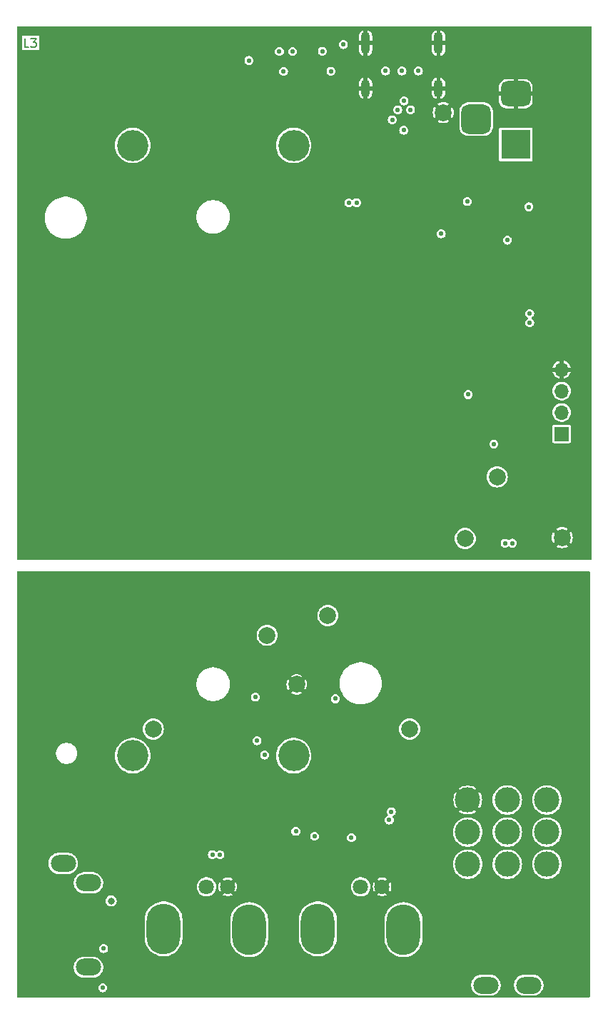
<source format=gbr>
%TF.GenerationSoftware,KiCad,Pcbnew,8.0.3+dfsg-1*%
%TF.CreationDate,2024-06-23T20:26:21+01:00*%
%TF.ProjectId,low-noise-power-probe-panel,6c6f772d-6e6f-4697-9365-2d706f776572,rev?*%
%TF.SameCoordinates,Original*%
%TF.FileFunction,Copper,L3,Inr*%
%TF.FilePolarity,Positive*%
%FSLAX46Y46*%
G04 Gerber Fmt 4.6, Leading zero omitted, Abs format (unit mm)*
G04 Created by KiCad (PCBNEW 8.0.3+dfsg-1) date 2024-06-23 20:26:21*
%MOMM*%
%LPD*%
G01*
G04 APERTURE LIST*
G04 Aperture macros list*
%AMRoundRect*
0 Rectangle with rounded corners*
0 $1 Rounding radius*
0 $2 $3 $4 $5 $6 $7 $8 $9 X,Y pos of 4 corners*
0 Add a 4 corners polygon primitive as box body*
4,1,4,$2,$3,$4,$5,$6,$7,$8,$9,$2,$3,0*
0 Add four circle primitives for the rounded corners*
1,1,$1+$1,$2,$3*
1,1,$1+$1,$4,$5*
1,1,$1+$1,$6,$7*
1,1,$1+$1,$8,$9*
0 Add four rect primitives between the rounded corners*
20,1,$1+$1,$2,$3,$4,$5,0*
20,1,$1+$1,$4,$5,$6,$7,0*
20,1,$1+$1,$6,$7,$8,$9,0*
20,1,$1+$1,$8,$9,$2,$3,0*%
G04 Aperture macros list end*
%ADD10C,0.150000*%
%TA.AperFunction,NonConductor*%
%ADD11C,0.150000*%
%TD*%
%TA.AperFunction,ComponentPad*%
%ADD12O,1.100000X2.100000*%
%TD*%
%TA.AperFunction,ComponentPad*%
%ADD13O,1.100000X2.600000*%
%TD*%
%TA.AperFunction,ComponentPad*%
%ADD14C,3.700000*%
%TD*%
%TA.AperFunction,ComponentPad*%
%ADD15O,4.000000X6.000000*%
%TD*%
%TA.AperFunction,ComponentPad*%
%ADD16C,1.800000*%
%TD*%
%TA.AperFunction,ComponentPad*%
%ADD17C,3.000000*%
%TD*%
%TA.AperFunction,ComponentPad*%
%ADD18O,3.000000X2.000000*%
%TD*%
%TA.AperFunction,ComponentPad*%
%ADD19R,3.500000X3.500000*%
%TD*%
%TA.AperFunction,ComponentPad*%
%ADD20RoundRect,0.750000X-1.000000X0.750000X-1.000000X-0.750000X1.000000X-0.750000X1.000000X0.750000X0*%
%TD*%
%TA.AperFunction,ComponentPad*%
%ADD21RoundRect,0.875000X-0.875000X0.875000X-0.875000X-0.875000X0.875000X-0.875000X0.875000X0.875000X0*%
%TD*%
%TA.AperFunction,ComponentPad*%
%ADD22R,1.700000X1.700000*%
%TD*%
%TA.AperFunction,ComponentPad*%
%ADD23O,1.700000X1.700000*%
%TD*%
%TA.AperFunction,ComponentPad*%
%ADD24C,2.000000*%
%TD*%
%TA.AperFunction,ViaPad*%
%ADD25C,0.550000*%
%TD*%
%TA.AperFunction,ViaPad*%
%ADD26C,0.800000*%
%TD*%
G04 APERTURE END LIST*
D10*
D11*
X176833333Y-27254819D02*
X176357143Y-27254819D01*
X176357143Y-27254819D02*
X176357143Y-26254819D01*
X177071429Y-26254819D02*
X177690476Y-26254819D01*
X177690476Y-26254819D02*
X177357143Y-26635771D01*
X177357143Y-26635771D02*
X177500000Y-26635771D01*
X177500000Y-26635771D02*
X177595238Y-26683390D01*
X177595238Y-26683390D02*
X177642857Y-26731009D01*
X177642857Y-26731009D02*
X177690476Y-26826247D01*
X177690476Y-26826247D02*
X177690476Y-27064342D01*
X177690476Y-27064342D02*
X177642857Y-27159580D01*
X177642857Y-27159580D02*
X177595238Y-27207200D01*
X177595238Y-27207200D02*
X177500000Y-27254819D01*
X177500000Y-27254819D02*
X177214286Y-27254819D01*
X177214286Y-27254819D02*
X177119048Y-27207200D01*
X177119048Y-27207200D02*
X177071429Y-27159580D01*
D12*
%TO.N,Board_0-/USB_VGND*%
%TO.C,J4*%
X225429483Y-32125000D03*
D13*
X225429483Y-26765000D03*
D12*
X216789483Y-32125000D03*
D13*
X216789483Y-26765000D03*
%TD*%
D14*
%TO.N,Board_0-Net-(BT1A-+)*%
%TO.C,BT1*%
X189150000Y-111250000D03*
%TO.N,Board_0-Net-(BT1A--)*%
X189150000Y-38900000D03*
%TO.N,Board_0-Net-(BT1B--)*%
X208250000Y-111250000D03*
%TO.N,Board_0-Net-(BT1A--)*%
X208250000Y-38900000D03*
%TD*%
D15*
%TO.N,*%
%TO.C,J1*%
X202980000Y-131880000D03*
X192820000Y-131780000D03*
D16*
%TO.N,Board_0-Net-(J1-In)*%
X197900000Y-126800000D03*
%TO.N,Board_0-/PROBE_VGND*%
X200440000Y-126800000D03*
%TD*%
D17*
%TO.N,Board_0-/+V_BATCHG*%
%TO.C,SW1*%
X238300000Y-124120000D03*
%TO.N,Board_0-Net-(BT1A-+)*%
X233600000Y-124120000D03*
%TO.N,Board_0-/+V_BAT*%
X228900000Y-124120000D03*
%TO.N,Board_0-/USB_VGND*%
X238300000Y-120310000D03*
%TO.N,Board_0-Net-(BT1B--)*%
X233600000Y-120310000D03*
%TO.N,Board_0-/-V_BAT*%
X228900000Y-120310000D03*
%TO.N,Board_0-unconnected-(SW1C-A-Pad7)*%
X238300000Y-116500000D03*
%TO.N,Board_0-Net-(BT1A--)*%
X233600000Y-116500000D03*
%TO.N,Board_0-/PROBE_VGND*%
X228900000Y-116500000D03*
D18*
%TO.N,N/C*%
X231060000Y-138470000D03*
X236140000Y-138470000D03*
%TD*%
D15*
%TO.N,*%
%TO.C,J2*%
X221280000Y-131880000D03*
X211120000Y-131780000D03*
D16*
%TO.N,Board_0-Net-(J2-In)*%
X216200000Y-126800000D03*
%TO.N,Board_0-/PROBE_VGND*%
X218740000Y-126800000D03*
%TD*%
D19*
%TO.N,Board_0-Net-(F1-Pad1)*%
%TO.C,J3*%
X234600000Y-38775000D03*
D20*
%TO.N,Board_0-/USB_VGND*%
X234600000Y-32775000D03*
D21*
%TO.N,Board_0-unconnected-(J3-Pad3)*%
X229900000Y-35775000D03*
%TD*%
D18*
%TO.N,Board_0-Net-(R16-Pad2)*%
%TO.C,RV1*%
X183900000Y-136325000D03*
%TO.N,Board_0-Net-(C2-Pad2)*%
X180900000Y-124025000D03*
%TO.N,Board_0-Net-(R17-Pad1)*%
X183900000Y-126325000D03*
%TD*%
D22*
%TO.N,Board_0-Net-(J5-Pin_1)*%
%TO.C,J5*%
X240050000Y-73100000D03*
D23*
%TO.N,Board_0-/SCL*%
X240050000Y-70560000D03*
%TO.N,Board_0-/SDA*%
X240050000Y-68020000D03*
%TO.N,Board_0-/USB_VGND*%
X240050000Y-65480000D03*
%TD*%
D24*
%TO.N,Board_0-/-V_BAT*%
%TO.C,TP8*%
X212300000Y-94632500D03*
%TD*%
%TO.N,Board_0--2V5*%
%TO.C,TP9*%
X222000000Y-108100000D03*
%TD*%
%TO.N,Board_0-/+V_BATCHG*%
%TO.C,TP2*%
X228600000Y-85500000D03*
%TD*%
%TO.N,Board_0-/PROBE_VGND*%
%TO.C,TP7*%
X208600000Y-102800000D03*
%TD*%
%TO.N,Board_0-/USB_VGND*%
%TO.C,TP21*%
X226000000Y-35000000D03*
%TD*%
%TO.N,Board_0-+2V5*%
%TO.C,TP4*%
X191600000Y-108100000D03*
%TD*%
%TO.N,Board_0-/USB_VGND*%
%TO.C,TP12*%
X240100000Y-85400000D03*
%TD*%
%TO.N,Board_0-/V_UNREG*%
%TO.C,TP1*%
X232400000Y-78200000D03*
%TD*%
%TO.N,Board_0-/+V_BAT*%
%TO.C,TP3*%
X205100000Y-96975000D03*
%TD*%
D25*
%TO.N,Board_0-+2V5*%
X203900000Y-109475000D03*
X219831443Y-117893557D03*
D26*
X186600000Y-128475000D03*
D25*
X208500000Y-120225000D03*
%TO.N,Board_0--2V5*%
X185700000Y-134125000D03*
X204800000Y-111175000D03*
X219590000Y-118878722D03*
X210729780Y-120803969D03*
%TO.N,Board_0-/+V_BAT*%
X203700000Y-104300000D03*
%TO.N,Board_0-/-V_BAT*%
X213200000Y-104500000D03*
%TO.N,Board_0-/CHARGE_STAT*%
X212675000Y-30100000D03*
X214800000Y-45700000D03*
%TO.N,Board_0-/PROBE_VGND*%
X183500000Y-122875000D03*
X232865476Y-96825000D03*
X177600000Y-91825000D03*
X212900000Y-138700000D03*
X237600000Y-131100000D03*
X222865476Y-111825000D03*
X204200000Y-125700000D03*
X177600000Y-101825000D03*
X185600000Y-114775000D03*
X177600000Y-111825000D03*
X232865476Y-101825000D03*
X232500000Y-136900000D03*
X222900000Y-135775000D03*
X237865476Y-136825000D03*
X216000000Y-122375000D03*
X199100000Y-128100000D03*
X210814410Y-122150000D03*
X182865476Y-91825000D03*
X206250000Y-105800000D03*
X210200000Y-119375000D03*
X237865476Y-91825000D03*
X193200000Y-127925000D03*
X182865476Y-111825000D03*
X206250000Y-107550000D03*
X197600000Y-138700000D03*
X189600000Y-138700000D03*
X177550000Y-128700000D03*
X237865476Y-96825000D03*
X197865476Y-131825000D03*
X205600000Y-114775000D03*
X197250000Y-124950000D03*
X219700000Y-109600000D03*
X209000000Y-127275000D03*
X182865476Y-96825000D03*
X198500000Y-124900000D03*
X217865476Y-131825000D03*
X192850000Y-135775000D03*
X180600000Y-129775000D03*
X205100000Y-106700000D03*
X190600000Y-114775000D03*
X227865476Y-106825000D03*
X212050000Y-125775000D03*
X180600000Y-119125000D03*
X217900000Y-138700000D03*
X204475000Y-123125000D03*
X201800000Y-125700000D03*
X211100000Y-127275000D03*
X196000000Y-127000000D03*
X202865476Y-91825000D03*
X242200000Y-111825000D03*
X227900000Y-135775000D03*
X242200000Y-126825000D03*
X192865476Y-96825000D03*
X227865476Y-131825000D03*
X187865476Y-101825000D03*
X210450000Y-105525000D03*
X207865476Y-131825000D03*
X207850000Y-135775000D03*
X200600000Y-114775000D03*
X192865476Y-101825000D03*
X227865476Y-91825000D03*
X235400000Y-131100000D03*
X182865476Y-131825000D03*
X186300000Y-122875000D03*
X202100000Y-106600000D03*
X235200000Y-136900000D03*
X202850000Y-135775000D03*
X227865476Y-96825000D03*
X200575000Y-124000000D03*
X242200000Y-106825000D03*
X196225000Y-125725000D03*
X207850000Y-138700000D03*
X189600000Y-135775000D03*
X217400000Y-127950000D03*
X197865476Y-91825000D03*
X226700000Y-121475000D03*
X217000000Y-105500000D03*
X216100000Y-97900000D03*
X196575000Y-128150000D03*
X222865476Y-91825000D03*
X222865476Y-96825000D03*
X197600000Y-135775000D03*
X189562472Y-124162472D03*
X237865476Y-101825000D03*
X242200000Y-101825000D03*
X217865476Y-96825000D03*
X182865476Y-106825000D03*
X221900000Y-120275000D03*
X218200000Y-118775000D03*
X224800000Y-130300000D03*
X217900000Y-135775000D03*
X222865476Y-126825000D03*
X227865476Y-101825000D03*
X197800000Y-128600000D03*
X187865476Y-106825000D03*
X222900000Y-138700000D03*
X193400000Y-106750000D03*
X177550000Y-123700000D03*
X237865476Y-106825000D03*
X221100000Y-112800000D03*
X182865476Y-101825000D03*
X191700000Y-124175000D03*
X242200000Y-96825000D03*
X208150000Y-106900000D03*
X242200000Y-136825000D03*
X214400000Y-125700000D03*
X177600000Y-106825000D03*
X197865476Y-106825000D03*
X207865476Y-91825000D03*
X197865476Y-96825000D03*
X180600000Y-134775000D03*
X177550000Y-138700000D03*
X199700000Y-106875000D03*
X223500000Y-113100000D03*
X187865476Y-91825000D03*
X191700000Y-122344996D03*
X214875000Y-128000000D03*
X207865476Y-96825000D03*
X212900000Y-135775000D03*
X193800000Y-109600000D03*
X190700000Y-119075000D03*
X226100000Y-110500000D03*
X232865476Y-91825000D03*
X212865476Y-91825000D03*
X205300000Y-117800000D03*
X192865476Y-91825000D03*
X205100000Y-119525000D03*
X236000000Y-125700000D03*
X225600000Y-114775000D03*
X206600000Y-125675000D03*
X202850000Y-138700000D03*
X187927000Y-128465056D03*
X210525000Y-103975000D03*
X213500000Y-125100000D03*
X242200000Y-91825000D03*
X194200000Y-124175000D03*
X232865476Y-111825000D03*
X227865476Y-111825000D03*
X195500000Y-119100000D03*
X217500000Y-125200000D03*
X200700000Y-119100000D03*
X222865476Y-101825000D03*
X224400000Y-122675000D03*
X185600000Y-119125000D03*
X194200000Y-122344996D03*
X215300000Y-125100000D03*
X192850000Y-138700000D03*
X196600000Y-124175000D03*
X232865476Y-106825000D03*
X217865476Y-91825000D03*
X187865476Y-96825000D03*
X177600000Y-96825000D03*
X195600000Y-114775000D03*
X180600000Y-114775000D03*
X214300000Y-126900000D03*
X185575000Y-130475000D03*
X227900000Y-138700000D03*
X239600000Y-126700000D03*
X216100000Y-128450000D03*
X240600000Y-134500000D03*
%TO.N,Board_0-/USB_CC1*%
X221300000Y-37100000D03*
X222100000Y-34675000D03*
%TO.N,Board_0-/USB_CC2*%
X219950000Y-35850000D03*
X219150000Y-30075004D03*
%TO.N,Board_0-/USB_D+*%
X221099994Y-30075000D03*
X221346037Y-33621037D03*
%TO.N,Board_0-/USB_D-*%
X220600000Y-34675000D03*
X223050000Y-30075000D03*
%TO.N,Board_0-/USB_VBUS*%
X202945000Y-28830000D03*
X228850000Y-45545000D03*
X207050000Y-30125000D03*
%TO.N,Board_0-/USB_VGND*%
X202865476Y-41825000D03*
X202865476Y-61825000D03*
X187865476Y-41825000D03*
X182865476Y-61825000D03*
X212865476Y-76825000D03*
X227200000Y-74600000D03*
X217865476Y-46825000D03*
X177600000Y-36825000D03*
X187865476Y-76825000D03*
X212865476Y-71825000D03*
X192865476Y-76825000D03*
X192865476Y-81825000D03*
X187865476Y-26825000D03*
X202865476Y-76825000D03*
X207865476Y-81825000D03*
X197865476Y-86825000D03*
X218100000Y-33450000D03*
X242200000Y-51825000D03*
X212865476Y-86825000D03*
X197865476Y-71825000D03*
X177600000Y-66825000D03*
X242200000Y-86825000D03*
X232000000Y-31375000D03*
X197865476Y-81825000D03*
X233500000Y-35775000D03*
X207865476Y-51825000D03*
X182865476Y-81825000D03*
X212865476Y-66825000D03*
X225050000Y-30400000D03*
X237865476Y-36825000D03*
X207865476Y-76825000D03*
X187865476Y-66825000D03*
X232865476Y-26825000D03*
X212865476Y-51825000D03*
X177600000Y-41825000D03*
X207865476Y-61825000D03*
X197865476Y-76825000D03*
X224100000Y-33400000D03*
X216950000Y-30400000D03*
X225000000Y-79600000D03*
X177600000Y-76825000D03*
X206900000Y-41825000D03*
X192865476Y-71825000D03*
X222865476Y-86825000D03*
X242200000Y-76825000D03*
X192865476Y-41825000D03*
X229750000Y-53100000D03*
X217865476Y-66825000D03*
X212865476Y-81825000D03*
X221600000Y-52100000D03*
X237865476Y-76825000D03*
X192865476Y-66825000D03*
X217865476Y-61825000D03*
X177600000Y-81825000D03*
X187865476Y-56825000D03*
X217865476Y-86825000D03*
X242200000Y-66825000D03*
X227865476Y-26825000D03*
X222600000Y-46950000D03*
X177600000Y-56825000D03*
X192865476Y-86825000D03*
X187865476Y-31825000D03*
X229400000Y-82500000D03*
X242200000Y-36825000D03*
X177600000Y-86825000D03*
X227865476Y-56825000D03*
X182865476Y-76825000D03*
X242200000Y-26825000D03*
X222865476Y-81825000D03*
X187865476Y-61825000D03*
X212865476Y-56825000D03*
X237865476Y-86825000D03*
X202865476Y-81825000D03*
X187865476Y-46825000D03*
X192865476Y-46825000D03*
X182865476Y-56825000D03*
X177600000Y-46825000D03*
X197865476Y-51825000D03*
X212865476Y-61825000D03*
X237865476Y-56825000D03*
X202865476Y-71825000D03*
X202865476Y-66825000D03*
X192865476Y-51825000D03*
X187865476Y-71825000D03*
X202865476Y-56825000D03*
X222865476Y-71825000D03*
X237865476Y-31825000D03*
X187865476Y-81825000D03*
X207865476Y-66825000D03*
X237865476Y-81825000D03*
X242200000Y-31825000D03*
X237865476Y-26825000D03*
X182865476Y-41825000D03*
X217865476Y-71825000D03*
X202865476Y-51825000D03*
X217865476Y-41825000D03*
X197865476Y-61825000D03*
X187865476Y-51825000D03*
X222865476Y-66825000D03*
X182865476Y-26825000D03*
X242200000Y-46825000D03*
X182865476Y-51825000D03*
X177600000Y-71825000D03*
X197865476Y-41825000D03*
X197865476Y-66825000D03*
X182865476Y-36825000D03*
X182865476Y-66825000D03*
X192865476Y-56825000D03*
X177600000Y-61825000D03*
X207865476Y-71825000D03*
X207865476Y-56825000D03*
X207865476Y-46825000D03*
X217865476Y-36825000D03*
X207865476Y-86825000D03*
X177600000Y-31825000D03*
X192865476Y-61825000D03*
X222865476Y-56825000D03*
X187865476Y-86825000D03*
X182865476Y-86825000D03*
X227865476Y-76825000D03*
X228000000Y-79700000D03*
X217865476Y-76825000D03*
X242200000Y-81825000D03*
X197865476Y-56825000D03*
X232865476Y-56825000D03*
X182865476Y-31825000D03*
X217865476Y-81825000D03*
X242200000Y-42800000D03*
X232200000Y-84850000D03*
X227200000Y-71600000D03*
X182865476Y-71825000D03*
X202865476Y-86825000D03*
X222865476Y-76825000D03*
X227865476Y-31825000D03*
X177600000Y-51825000D03*
X242200000Y-61825000D03*
%TO.N,Board_0-/V_UNREG*%
X232000000Y-74300000D03*
X228953341Y-68431867D03*
X214150000Y-26925000D03*
X234200000Y-86050000D03*
X215700000Y-45675000D03*
X236250000Y-58825000D03*
X233330000Y-86050000D03*
X236250000Y-59925000D03*
%TO.N,Board_0-Net-(BT1A-+)*%
X199500000Y-123000000D03*
X198604251Y-122993363D03*
%TO.N,Board_0-Net-(D1-A)*%
X208120000Y-27755000D03*
%TO.N,Board_0-Net-(D1-K)*%
X206550000Y-27745000D03*
%TO.N,Board_0-Net-(D15-A)*%
X236150000Y-46175000D03*
%TO.N,Board_0-Net-(D3-A)*%
X215100000Y-120975000D03*
X185600000Y-138775000D03*
%TO.N,Board_0-Net-(D5-K)*%
X211660000Y-27735000D03*
%TO.N,Board_0-Net-(U6-GATE)*%
X225750000Y-49375000D03*
X233600000Y-50125000D03*
%TD*%
%TA.AperFunction,Conductor*%
%TO.N,Board_0-/PROBE_VGND*%
G36*
X243378326Y-89421674D02*
G01*
X243400000Y-89474000D01*
X243400000Y-139826000D01*
X243378326Y-139878326D01*
X243326000Y-139900000D01*
X175474000Y-139900000D01*
X175421674Y-139878326D01*
X175400000Y-139826000D01*
X175400000Y-138775000D01*
X185069965Y-138775000D01*
X185088025Y-138912182D01*
X185103700Y-138950025D01*
X185140976Y-139040018D01*
X185225209Y-139149791D01*
X185334982Y-139234024D01*
X185462817Y-139286974D01*
X185600000Y-139305035D01*
X185737183Y-139286974D01*
X185865018Y-139234024D01*
X185974791Y-139149791D01*
X186059024Y-139040018D01*
X186111974Y-138912183D01*
X186130035Y-138775000D01*
X186111974Y-138637817D01*
X186059024Y-138509983D01*
X185974791Y-138400209D01*
X185937484Y-138371582D01*
X229309500Y-138371582D01*
X229309500Y-138568417D01*
X229340290Y-138762823D01*
X229340293Y-138762836D01*
X229401113Y-138950019D01*
X229490475Y-139125404D01*
X229569392Y-139234024D01*
X229606172Y-139284646D01*
X229745354Y-139423828D01*
X229904595Y-139539524D01*
X230079975Y-139628884D01*
X230079977Y-139628884D01*
X230079980Y-139628886D01*
X230267163Y-139689706D01*
X230267169Y-139689707D01*
X230267174Y-139689709D01*
X230396780Y-139710236D01*
X230461582Y-139720500D01*
X230461583Y-139720500D01*
X231658418Y-139720500D01*
X231707019Y-139712802D01*
X231852826Y-139689709D01*
X231852833Y-139689706D01*
X231852836Y-139689706D01*
X232040019Y-139628886D01*
X232040019Y-139628885D01*
X232040025Y-139628884D01*
X232215405Y-139539524D01*
X232374646Y-139423828D01*
X232513828Y-139284646D01*
X232629524Y-139125405D01*
X232718884Y-138950025D01*
X232731180Y-138912182D01*
X232779706Y-138762836D01*
X232779706Y-138762833D01*
X232779709Y-138762826D01*
X232810500Y-138568417D01*
X232810500Y-138371583D01*
X232810500Y-138371582D01*
X234389500Y-138371582D01*
X234389500Y-138568417D01*
X234420290Y-138762823D01*
X234420293Y-138762836D01*
X234481113Y-138950019D01*
X234570475Y-139125404D01*
X234649392Y-139234024D01*
X234686172Y-139284646D01*
X234825354Y-139423828D01*
X234984595Y-139539524D01*
X235159975Y-139628884D01*
X235159977Y-139628884D01*
X235159980Y-139628886D01*
X235347163Y-139689706D01*
X235347169Y-139689707D01*
X235347174Y-139689709D01*
X235476780Y-139710236D01*
X235541582Y-139720500D01*
X235541583Y-139720500D01*
X236738418Y-139720500D01*
X236787019Y-139712802D01*
X236932826Y-139689709D01*
X236932833Y-139689706D01*
X236932836Y-139689706D01*
X237120019Y-139628886D01*
X237120019Y-139628885D01*
X237120025Y-139628884D01*
X237295405Y-139539524D01*
X237454646Y-139423828D01*
X237593828Y-139284646D01*
X237709524Y-139125405D01*
X237798884Y-138950025D01*
X237811180Y-138912182D01*
X237859706Y-138762836D01*
X237859706Y-138762833D01*
X237859709Y-138762826D01*
X237890500Y-138568417D01*
X237890500Y-138371583D01*
X237859709Y-138177174D01*
X237859707Y-138177169D01*
X237859706Y-138177163D01*
X237798886Y-137989980D01*
X237798884Y-137989977D01*
X237798884Y-137989975D01*
X237709524Y-137814595D01*
X237593828Y-137655354D01*
X237454646Y-137516172D01*
X237454643Y-137516169D01*
X237454641Y-137516168D01*
X237295404Y-137400475D01*
X237120019Y-137311113D01*
X236932836Y-137250293D01*
X236932823Y-137250290D01*
X236738418Y-137219500D01*
X236738417Y-137219500D01*
X235541583Y-137219500D01*
X235541582Y-137219500D01*
X235347176Y-137250290D01*
X235347163Y-137250293D01*
X235159980Y-137311113D01*
X234984595Y-137400475D01*
X234825358Y-137516168D01*
X234686168Y-137655358D01*
X234570475Y-137814595D01*
X234481113Y-137989980D01*
X234420293Y-138177163D01*
X234420290Y-138177176D01*
X234389500Y-138371582D01*
X232810500Y-138371582D01*
X232779709Y-138177174D01*
X232779707Y-138177169D01*
X232779706Y-138177163D01*
X232718886Y-137989980D01*
X232718884Y-137989977D01*
X232718884Y-137989975D01*
X232629524Y-137814595D01*
X232513828Y-137655354D01*
X232374646Y-137516172D01*
X232374643Y-137516169D01*
X232374641Y-137516168D01*
X232215404Y-137400475D01*
X232040019Y-137311113D01*
X231852836Y-137250293D01*
X231852823Y-137250290D01*
X231658418Y-137219500D01*
X231658417Y-137219500D01*
X230461583Y-137219500D01*
X230461582Y-137219500D01*
X230267176Y-137250290D01*
X230267163Y-137250293D01*
X230079980Y-137311113D01*
X229904595Y-137400475D01*
X229745358Y-137516168D01*
X229606168Y-137655358D01*
X229490475Y-137814595D01*
X229401113Y-137989980D01*
X229340293Y-138177163D01*
X229340290Y-138177176D01*
X229309500Y-138371582D01*
X185937484Y-138371582D01*
X185865018Y-138315976D01*
X185865016Y-138315975D01*
X185737182Y-138263025D01*
X185600000Y-138244965D01*
X185462817Y-138263025D01*
X185334984Y-138315975D01*
X185225209Y-138400209D01*
X185140975Y-138509984D01*
X185088025Y-138637817D01*
X185069965Y-138775000D01*
X175400000Y-138775000D01*
X175400000Y-136226582D01*
X182149500Y-136226582D01*
X182149500Y-136423417D01*
X182180290Y-136617823D01*
X182180293Y-136617836D01*
X182241113Y-136805019D01*
X182241115Y-136805024D01*
X182241116Y-136805025D01*
X182330476Y-136980405D01*
X182446172Y-137139646D01*
X182585354Y-137278828D01*
X182744595Y-137394524D01*
X182919975Y-137483884D01*
X182919977Y-137483884D01*
X182919980Y-137483886D01*
X183107163Y-137544706D01*
X183107169Y-137544707D01*
X183107174Y-137544709D01*
X183236780Y-137565236D01*
X183301582Y-137575500D01*
X183301583Y-137575500D01*
X184498418Y-137575500D01*
X184547019Y-137567802D01*
X184692826Y-137544709D01*
X184692833Y-137544706D01*
X184692836Y-137544706D01*
X184880019Y-137483886D01*
X184880019Y-137483885D01*
X184880025Y-137483884D01*
X185055405Y-137394524D01*
X185214646Y-137278828D01*
X185353828Y-137139646D01*
X185469524Y-136980405D01*
X185558884Y-136805025D01*
X185619709Y-136617826D01*
X185650500Y-136423417D01*
X185650500Y-136226583D01*
X185619709Y-136032174D01*
X185619707Y-136032169D01*
X185619706Y-136032163D01*
X185558886Y-135844980D01*
X185558884Y-135844977D01*
X185558884Y-135844975D01*
X185469524Y-135669595D01*
X185353828Y-135510354D01*
X185214646Y-135371172D01*
X185214643Y-135371169D01*
X185214641Y-135371168D01*
X185055404Y-135255475D01*
X184880019Y-135166113D01*
X184692836Y-135105293D01*
X184692823Y-135105290D01*
X184498418Y-135074500D01*
X184498417Y-135074500D01*
X183301583Y-135074500D01*
X183301582Y-135074500D01*
X183107176Y-135105290D01*
X183107163Y-135105293D01*
X182919980Y-135166113D01*
X182744595Y-135255475D01*
X182585358Y-135371168D01*
X182446168Y-135510358D01*
X182330475Y-135669595D01*
X182241113Y-135844980D01*
X182180293Y-136032163D01*
X182180290Y-136032176D01*
X182149500Y-136226582D01*
X175400000Y-136226582D01*
X175400000Y-134125000D01*
X185169965Y-134125000D01*
X185188025Y-134262182D01*
X185190040Y-134267046D01*
X185240976Y-134390018D01*
X185325209Y-134499791D01*
X185434982Y-134584024D01*
X185562817Y-134636974D01*
X185700000Y-134655035D01*
X185837183Y-134636974D01*
X185965018Y-134584024D01*
X186074791Y-134499791D01*
X186159024Y-134390018D01*
X186211974Y-134262183D01*
X186230035Y-134125000D01*
X186211974Y-133987817D01*
X186159024Y-133859983D01*
X186074791Y-133750209D01*
X185965018Y-133665976D01*
X185965016Y-133665975D01*
X185837182Y-133613025D01*
X185700000Y-133594965D01*
X185562817Y-133613025D01*
X185434984Y-133665975D01*
X185325209Y-133750209D01*
X185240975Y-133859984D01*
X185188025Y-133987817D01*
X185169965Y-134125000D01*
X175400000Y-134125000D01*
X175400000Y-130632495D01*
X190569500Y-130632495D01*
X190569500Y-132927504D01*
X190608006Y-133219991D01*
X190684361Y-133504953D01*
X190797253Y-133777498D01*
X190797256Y-133777506D01*
X190854991Y-133877506D01*
X190944762Y-134032994D01*
X191124354Y-134267042D01*
X191332958Y-134475646D01*
X191567006Y-134655238D01*
X191822493Y-134802743D01*
X192095048Y-134915639D01*
X192380007Y-134991993D01*
X192672494Y-135030500D01*
X192672496Y-135030500D01*
X192967504Y-135030500D01*
X192967506Y-135030500D01*
X193259993Y-134991993D01*
X193544952Y-134915639D01*
X193817507Y-134802743D01*
X194072994Y-134655238D01*
X194307042Y-134475646D01*
X194515646Y-134267042D01*
X194695238Y-134032994D01*
X194842743Y-133777507D01*
X194955639Y-133504952D01*
X195031993Y-133219993D01*
X195070500Y-132927506D01*
X195070500Y-130732495D01*
X200729500Y-130732495D01*
X200729500Y-133027504D01*
X200768006Y-133319991D01*
X200844361Y-133604953D01*
X200957253Y-133877498D01*
X200957256Y-133877506D01*
X200957257Y-133877507D01*
X201104762Y-134132994D01*
X201284354Y-134367042D01*
X201492958Y-134575646D01*
X201727006Y-134755238D01*
X201982493Y-134902743D01*
X202255048Y-135015639D01*
X202540007Y-135091993D01*
X202832494Y-135130500D01*
X202832496Y-135130500D01*
X203127504Y-135130500D01*
X203127506Y-135130500D01*
X203419993Y-135091993D01*
X203704952Y-135015639D01*
X203977507Y-134902743D01*
X204232994Y-134755238D01*
X204467042Y-134575646D01*
X204675646Y-134367042D01*
X204855238Y-134132994D01*
X205002743Y-133877507D01*
X205115639Y-133604952D01*
X205191993Y-133319993D01*
X205230500Y-133027506D01*
X205230500Y-130732494D01*
X205217335Y-130632495D01*
X208869500Y-130632495D01*
X208869500Y-132927504D01*
X208908006Y-133219991D01*
X208984361Y-133504953D01*
X209097253Y-133777498D01*
X209097256Y-133777506D01*
X209154991Y-133877506D01*
X209244762Y-134032994D01*
X209424354Y-134267042D01*
X209632958Y-134475646D01*
X209867006Y-134655238D01*
X210122493Y-134802743D01*
X210395048Y-134915639D01*
X210680007Y-134991993D01*
X210972494Y-135030500D01*
X210972496Y-135030500D01*
X211267504Y-135030500D01*
X211267506Y-135030500D01*
X211559993Y-134991993D01*
X211844952Y-134915639D01*
X212117507Y-134802743D01*
X212372994Y-134655238D01*
X212607042Y-134475646D01*
X212815646Y-134267042D01*
X212995238Y-134032994D01*
X213142743Y-133777507D01*
X213255639Y-133504952D01*
X213331993Y-133219993D01*
X213370500Y-132927506D01*
X213370500Y-130732495D01*
X219029500Y-130732495D01*
X219029500Y-133027504D01*
X219068006Y-133319991D01*
X219144361Y-133604953D01*
X219257253Y-133877498D01*
X219257256Y-133877506D01*
X219257257Y-133877507D01*
X219404762Y-134132994D01*
X219584354Y-134367042D01*
X219792958Y-134575646D01*
X220027006Y-134755238D01*
X220282493Y-134902743D01*
X220555048Y-135015639D01*
X220840007Y-135091993D01*
X221132494Y-135130500D01*
X221132496Y-135130500D01*
X221427504Y-135130500D01*
X221427506Y-135130500D01*
X221719993Y-135091993D01*
X222004952Y-135015639D01*
X222277507Y-134902743D01*
X222532994Y-134755238D01*
X222767042Y-134575646D01*
X222975646Y-134367042D01*
X223155238Y-134132994D01*
X223302743Y-133877507D01*
X223415639Y-133604952D01*
X223491993Y-133319993D01*
X223530500Y-133027506D01*
X223530500Y-130732494D01*
X223491993Y-130440007D01*
X223415639Y-130155048D01*
X223302743Y-129882493D01*
X223155238Y-129627006D01*
X222975646Y-129392958D01*
X222767042Y-129184354D01*
X222532994Y-129004762D01*
X222368047Y-128909530D01*
X222277506Y-128857256D01*
X222277498Y-128857253D01*
X222004953Y-128744361D01*
X221719991Y-128668006D01*
X221504518Y-128639638D01*
X221427506Y-128629500D01*
X221132494Y-128629500D01*
X221064441Y-128638459D01*
X220840008Y-128668006D01*
X220555046Y-128744361D01*
X220282501Y-128857253D01*
X220282493Y-128857256D01*
X220027010Y-129004759D01*
X219792953Y-129184358D01*
X219584358Y-129392953D01*
X219404759Y-129627010D01*
X219257256Y-129882493D01*
X219257253Y-129882501D01*
X219144361Y-130155046D01*
X219068006Y-130440008D01*
X219029500Y-130732495D01*
X213370500Y-130732495D01*
X213370500Y-130632494D01*
X213331993Y-130340007D01*
X213255639Y-130055048D01*
X213142743Y-129782493D01*
X212995238Y-129527006D01*
X212815646Y-129292958D01*
X212607042Y-129084354D01*
X212372994Y-128904762D01*
X212290706Y-128857253D01*
X212117506Y-128757256D01*
X212117498Y-128757253D01*
X211844953Y-128644361D01*
X211559991Y-128568006D01*
X211344518Y-128539638D01*
X211267506Y-128529500D01*
X210972494Y-128529500D01*
X210904441Y-128538459D01*
X210680008Y-128568006D01*
X210395046Y-128644361D01*
X210122501Y-128757253D01*
X210122493Y-128757256D01*
X209867010Y-128904759D01*
X209632953Y-129084358D01*
X209424358Y-129292953D01*
X209244759Y-129527010D01*
X209097256Y-129782493D01*
X209097253Y-129782501D01*
X208984361Y-130055046D01*
X208908006Y-130340008D01*
X208869500Y-130632495D01*
X205217335Y-130632495D01*
X205191993Y-130440007D01*
X205115639Y-130155048D01*
X205002743Y-129882493D01*
X204855238Y-129627006D01*
X204675646Y-129392958D01*
X204467042Y-129184354D01*
X204232994Y-129004762D01*
X204068047Y-128909530D01*
X203977506Y-128857256D01*
X203977498Y-128857253D01*
X203704953Y-128744361D01*
X203419991Y-128668006D01*
X203204518Y-128639638D01*
X203127506Y-128629500D01*
X202832494Y-128629500D01*
X202764441Y-128638459D01*
X202540008Y-128668006D01*
X202255046Y-128744361D01*
X201982501Y-128857253D01*
X201982493Y-128857256D01*
X201727010Y-129004759D01*
X201492953Y-129184358D01*
X201284358Y-129392953D01*
X201104759Y-129627010D01*
X200957256Y-129882493D01*
X200957253Y-129882501D01*
X200844361Y-130155046D01*
X200768006Y-130440008D01*
X200729500Y-130732495D01*
X195070500Y-130732495D01*
X195070500Y-130632494D01*
X195031993Y-130340007D01*
X194955639Y-130055048D01*
X194842743Y-129782493D01*
X194695238Y-129527006D01*
X194515646Y-129292958D01*
X194307042Y-129084354D01*
X194072994Y-128904762D01*
X193990706Y-128857253D01*
X193817506Y-128757256D01*
X193817498Y-128757253D01*
X193544953Y-128644361D01*
X193259991Y-128568006D01*
X193044518Y-128539638D01*
X192967506Y-128529500D01*
X192672494Y-128529500D01*
X192604441Y-128538459D01*
X192380008Y-128568006D01*
X192095046Y-128644361D01*
X191822501Y-128757253D01*
X191822493Y-128757256D01*
X191567010Y-128904759D01*
X191332953Y-129084358D01*
X191124358Y-129292953D01*
X190944759Y-129527010D01*
X190797256Y-129782493D01*
X190797253Y-129782501D01*
X190684361Y-130055046D01*
X190608006Y-130340008D01*
X190569500Y-130632495D01*
X175400000Y-130632495D01*
X175400000Y-128474996D01*
X185944722Y-128474996D01*
X185944722Y-128475003D01*
X185963761Y-128631808D01*
X185963764Y-128631822D01*
X186019778Y-128779521D01*
X186106224Y-128904759D01*
X186109517Y-128909530D01*
X186227760Y-129014283D01*
X186367635Y-129087696D01*
X186521015Y-129125500D01*
X186521019Y-129125500D01*
X186678981Y-129125500D01*
X186678985Y-129125500D01*
X186832365Y-129087696D01*
X186972240Y-129014283D01*
X187090483Y-128909530D01*
X187180220Y-128779523D01*
X187236237Y-128631818D01*
X187255278Y-128475000D01*
X187236237Y-128318182D01*
X187228213Y-128297025D01*
X187180221Y-128170478D01*
X187090483Y-128040470D01*
X186972240Y-127935717D01*
X186904186Y-127899999D01*
X186832366Y-127862304D01*
X186678987Y-127824500D01*
X186678985Y-127824500D01*
X186521015Y-127824500D01*
X186521012Y-127824500D01*
X186367633Y-127862304D01*
X186227761Y-127935716D01*
X186109516Y-128040470D01*
X186019779Y-128170478D01*
X186019778Y-128170478D01*
X185963764Y-128318177D01*
X185963761Y-128318191D01*
X185944722Y-128474996D01*
X175400000Y-128474996D01*
X175400000Y-126226582D01*
X182149500Y-126226582D01*
X182149500Y-126423417D01*
X182180290Y-126617823D01*
X182180293Y-126617836D01*
X182241113Y-126805019D01*
X182330475Y-126980404D01*
X182353655Y-127012309D01*
X182446172Y-127139646D01*
X182585354Y-127278828D01*
X182744595Y-127394524D01*
X182919975Y-127483884D01*
X182919977Y-127483884D01*
X182919980Y-127483886D01*
X183107163Y-127544706D01*
X183107169Y-127544707D01*
X183107174Y-127544709D01*
X183236780Y-127565236D01*
X183301582Y-127575500D01*
X183301583Y-127575500D01*
X184498418Y-127575500D01*
X184547019Y-127567802D01*
X184692826Y-127544709D01*
X184692833Y-127544706D01*
X184692836Y-127544706D01*
X184880019Y-127483886D01*
X184880019Y-127483885D01*
X184880025Y-127483884D01*
X185055405Y-127394524D01*
X185214646Y-127278828D01*
X185353828Y-127139646D01*
X185469524Y-126980405D01*
X185558884Y-126805025D01*
X185560518Y-126799996D01*
X196744571Y-126799996D01*
X196744571Y-126800003D01*
X196764242Y-127012303D01*
X196764243Y-127012309D01*
X196822593Y-127217383D01*
X196822596Y-127217393D01*
X196917632Y-127408252D01*
X196917634Y-127408255D01*
X197046128Y-127578407D01*
X197203698Y-127722052D01*
X197384981Y-127834298D01*
X197583802Y-127911321D01*
X197793390Y-127950500D01*
X198006610Y-127950500D01*
X198216198Y-127911321D01*
X198415019Y-127834298D01*
X198596302Y-127722052D01*
X198753872Y-127578407D01*
X198882366Y-127408255D01*
X198977405Y-127217389D01*
X199035756Y-127012310D01*
X199036621Y-127002984D01*
X199055429Y-126800003D01*
X199055429Y-126799996D01*
X199335287Y-126799996D01*
X199335287Y-126800003D01*
X199354095Y-127002984D01*
X199409884Y-127199062D01*
X199409887Y-127199072D01*
X199500749Y-127381548D01*
X199500752Y-127381552D01*
X199502533Y-127383911D01*
X200001943Y-126884500D01*
X200025326Y-126971764D01*
X200083911Y-127073236D01*
X200166764Y-127156089D01*
X200268236Y-127214674D01*
X200355497Y-127238055D01*
X199859312Y-127734240D01*
X199947582Y-127788895D01*
X199947591Y-127788900D01*
X200137679Y-127862540D01*
X200338066Y-127899999D01*
X200338072Y-127900000D01*
X200541928Y-127900000D01*
X200541933Y-127899999D01*
X200742320Y-127862540D01*
X200932412Y-127788898D01*
X201020686Y-127734240D01*
X200524502Y-127238055D01*
X200611764Y-127214674D01*
X200713236Y-127156089D01*
X200796089Y-127073236D01*
X200854674Y-126971764D01*
X200878055Y-126884501D01*
X201377466Y-127383911D01*
X201379242Y-127381560D01*
X201379246Y-127381554D01*
X201470113Y-127199067D01*
X201470115Y-127199062D01*
X201525904Y-127002984D01*
X201544713Y-126800003D01*
X201544713Y-126799996D01*
X215044571Y-126799996D01*
X215044571Y-126800003D01*
X215064242Y-127012303D01*
X215064243Y-127012309D01*
X215122593Y-127217383D01*
X215122596Y-127217393D01*
X215217632Y-127408252D01*
X215217634Y-127408255D01*
X215346128Y-127578407D01*
X215503698Y-127722052D01*
X215684981Y-127834298D01*
X215883802Y-127911321D01*
X216093390Y-127950500D01*
X216306610Y-127950500D01*
X216516198Y-127911321D01*
X216715019Y-127834298D01*
X216896302Y-127722052D01*
X217053872Y-127578407D01*
X217182366Y-127408255D01*
X217277405Y-127217389D01*
X217335756Y-127012310D01*
X217336621Y-127002984D01*
X217355429Y-126800003D01*
X217355429Y-126799996D01*
X217635287Y-126799996D01*
X217635287Y-126800003D01*
X217654095Y-127002984D01*
X217709884Y-127199062D01*
X217709887Y-127199072D01*
X217800749Y-127381548D01*
X217800752Y-127381552D01*
X217802533Y-127383911D01*
X218301943Y-126884500D01*
X218325326Y-126971764D01*
X218383911Y-127073236D01*
X218466764Y-127156089D01*
X218568236Y-127214674D01*
X218655497Y-127238055D01*
X218159312Y-127734240D01*
X218247582Y-127788895D01*
X218247591Y-127788900D01*
X218437679Y-127862540D01*
X218638066Y-127899999D01*
X218638072Y-127900000D01*
X218841928Y-127900000D01*
X218841933Y-127899999D01*
X219042320Y-127862540D01*
X219232412Y-127788898D01*
X219320686Y-127734240D01*
X218824502Y-127238055D01*
X218911764Y-127214674D01*
X219013236Y-127156089D01*
X219096089Y-127073236D01*
X219154674Y-126971764D01*
X219178055Y-126884501D01*
X219677466Y-127383911D01*
X219679242Y-127381560D01*
X219679246Y-127381554D01*
X219770113Y-127199067D01*
X219770115Y-127199062D01*
X219825904Y-127002984D01*
X219844713Y-126800003D01*
X219844713Y-126799996D01*
X219825904Y-126597015D01*
X219770115Y-126400937D01*
X219770113Y-126400932D01*
X219679246Y-126218445D01*
X219677465Y-126216087D01*
X219178055Y-126715496D01*
X219154674Y-126628236D01*
X219096089Y-126526764D01*
X219013236Y-126443911D01*
X218911764Y-126385326D01*
X218824500Y-126361943D01*
X219320687Y-125865757D01*
X219232417Y-125811104D01*
X219232408Y-125811099D01*
X219042320Y-125737459D01*
X218841933Y-125700000D01*
X218638066Y-125700000D01*
X218437679Y-125737459D01*
X218247591Y-125811099D01*
X218247576Y-125811106D01*
X218159311Y-125865757D01*
X218655498Y-126361944D01*
X218568236Y-126385326D01*
X218466764Y-126443911D01*
X218383911Y-126526764D01*
X218325326Y-126628236D01*
X218301944Y-126715498D01*
X217802533Y-126216087D01*
X217800754Y-126218443D01*
X217709886Y-126400932D01*
X217709884Y-126400937D01*
X217654095Y-126597015D01*
X217635287Y-126799996D01*
X217355429Y-126799996D01*
X217335757Y-126587696D01*
X217335756Y-126587690D01*
X217318421Y-126526764D01*
X217277405Y-126382611D01*
X217263656Y-126355000D01*
X217182367Y-126191747D01*
X217182363Y-126191741D01*
X217178843Y-126187079D01*
X217053872Y-126021593D01*
X216896302Y-125877948D01*
X216884271Y-125870499D01*
X216821118Y-125831396D01*
X216715019Y-125765702D01*
X216516198Y-125688679D01*
X216414108Y-125669595D01*
X216306613Y-125649500D01*
X216306610Y-125649500D01*
X216093390Y-125649500D01*
X216093386Y-125649500D01*
X215936670Y-125678796D01*
X215883802Y-125688679D01*
X215883800Y-125688679D01*
X215883798Y-125688680D01*
X215684986Y-125765700D01*
X215684981Y-125765702D01*
X215684976Y-125765704D01*
X215684976Y-125765705D01*
X215503700Y-125877946D01*
X215346130Y-126021590D01*
X215217636Y-126191741D01*
X215217632Y-126191747D01*
X215122596Y-126382606D01*
X215122593Y-126382616D01*
X215064243Y-126587690D01*
X215064242Y-126587696D01*
X215044571Y-126799996D01*
X201544713Y-126799996D01*
X201525904Y-126597015D01*
X201470115Y-126400937D01*
X201470113Y-126400932D01*
X201379246Y-126218445D01*
X201377465Y-126216087D01*
X200878055Y-126715496D01*
X200854674Y-126628236D01*
X200796089Y-126526764D01*
X200713236Y-126443911D01*
X200611764Y-126385326D01*
X200524500Y-126361943D01*
X201020687Y-125865757D01*
X200932417Y-125811104D01*
X200932408Y-125811099D01*
X200742320Y-125737459D01*
X200541933Y-125700000D01*
X200338066Y-125700000D01*
X200137679Y-125737459D01*
X199947591Y-125811099D01*
X199947576Y-125811106D01*
X199859311Y-125865757D01*
X200355498Y-126361944D01*
X200268236Y-126385326D01*
X200166764Y-126443911D01*
X200083911Y-126526764D01*
X200025326Y-126628236D01*
X200001944Y-126715498D01*
X199502533Y-126216087D01*
X199500754Y-126218443D01*
X199409886Y-126400932D01*
X199409884Y-126400937D01*
X199354095Y-126597015D01*
X199335287Y-126799996D01*
X199055429Y-126799996D01*
X199035757Y-126587696D01*
X199035756Y-126587690D01*
X199018421Y-126526764D01*
X198977405Y-126382611D01*
X198963656Y-126355000D01*
X198882367Y-126191747D01*
X198882363Y-126191741D01*
X198878843Y-126187079D01*
X198753872Y-126021593D01*
X198596302Y-125877948D01*
X198584271Y-125870499D01*
X198521118Y-125831396D01*
X198415019Y-125765702D01*
X198216198Y-125688679D01*
X198114108Y-125669595D01*
X198006613Y-125649500D01*
X198006610Y-125649500D01*
X197793390Y-125649500D01*
X197793386Y-125649500D01*
X197636670Y-125678796D01*
X197583802Y-125688679D01*
X197583800Y-125688679D01*
X197583798Y-125688680D01*
X197384986Y-125765700D01*
X197384981Y-125765702D01*
X197384976Y-125765704D01*
X197384976Y-125765705D01*
X197203700Y-125877946D01*
X197046130Y-126021590D01*
X196917636Y-126191741D01*
X196917632Y-126191747D01*
X196822596Y-126382606D01*
X196822593Y-126382616D01*
X196764243Y-126587690D01*
X196764242Y-126587696D01*
X196744571Y-126799996D01*
X185560518Y-126799996D01*
X185619709Y-126617826D01*
X185650500Y-126423417D01*
X185650500Y-126226583D01*
X185619709Y-126032174D01*
X185619707Y-126032169D01*
X185619706Y-126032163D01*
X185558886Y-125844980D01*
X185558884Y-125844977D01*
X185558884Y-125844975D01*
X185469524Y-125669595D01*
X185353828Y-125510354D01*
X185214646Y-125371172D01*
X185214643Y-125371169D01*
X185214641Y-125371168D01*
X185055404Y-125255475D01*
X184880019Y-125166113D01*
X184692836Y-125105293D01*
X184692823Y-125105290D01*
X184498418Y-125074500D01*
X184498417Y-125074500D01*
X183301583Y-125074500D01*
X183301582Y-125074500D01*
X183107176Y-125105290D01*
X183107163Y-125105293D01*
X182919980Y-125166113D01*
X182744595Y-125255475D01*
X182585358Y-125371168D01*
X182446168Y-125510358D01*
X182330475Y-125669595D01*
X182241113Y-125844980D01*
X182180293Y-126032163D01*
X182180290Y-126032176D01*
X182149500Y-126226582D01*
X175400000Y-126226582D01*
X175400000Y-123926582D01*
X179149500Y-123926582D01*
X179149500Y-124123417D01*
X179180290Y-124317823D01*
X179180293Y-124317836D01*
X179241113Y-124505019D01*
X179308570Y-124637413D01*
X179330476Y-124680405D01*
X179446172Y-124839646D01*
X179585354Y-124978828D01*
X179744595Y-125094524D01*
X179919975Y-125183884D01*
X179919977Y-125183884D01*
X179919980Y-125183886D01*
X180107163Y-125244706D01*
X180107169Y-125244707D01*
X180107174Y-125244709D01*
X180236780Y-125265236D01*
X180301582Y-125275500D01*
X180301583Y-125275500D01*
X181498418Y-125275500D01*
X181547019Y-125267802D01*
X181692826Y-125244709D01*
X181692833Y-125244706D01*
X181692836Y-125244706D01*
X181880019Y-125183886D01*
X181880019Y-125183885D01*
X181880025Y-125183884D01*
X182055405Y-125094524D01*
X182214646Y-124978828D01*
X182353828Y-124839646D01*
X182469524Y-124680405D01*
X182558884Y-124505025D01*
X182598978Y-124381630D01*
X182619706Y-124317836D01*
X182619706Y-124317833D01*
X182619709Y-124317826D01*
X182650500Y-124123417D01*
X182650500Y-124120000D01*
X227144592Y-124120000D01*
X227164198Y-124381630D01*
X227222580Y-124637416D01*
X227318432Y-124881643D01*
X227449614Y-125108857D01*
X227613195Y-125313981D01*
X227805521Y-125492433D01*
X228022296Y-125640228D01*
X228258677Y-125754063D01*
X228409747Y-125800662D01*
X228509384Y-125831396D01*
X228509383Y-125831396D01*
X228768811Y-125870499D01*
X228768818Y-125870500D01*
X228768820Y-125870500D01*
X229031180Y-125870500D01*
X229031182Y-125870500D01*
X229290615Y-125831396D01*
X229541323Y-125754063D01*
X229777704Y-125640228D01*
X229994479Y-125492433D01*
X230186805Y-125313981D01*
X230350386Y-125108857D01*
X230481568Y-124881643D01*
X230577420Y-124637416D01*
X230635802Y-124381630D01*
X230655408Y-124120000D01*
X231844592Y-124120000D01*
X231864198Y-124381630D01*
X231922580Y-124637416D01*
X232018432Y-124881643D01*
X232149614Y-125108857D01*
X232313195Y-125313981D01*
X232505521Y-125492433D01*
X232722296Y-125640228D01*
X232958677Y-125754063D01*
X233109747Y-125800662D01*
X233209384Y-125831396D01*
X233209383Y-125831396D01*
X233468811Y-125870499D01*
X233468818Y-125870500D01*
X233468820Y-125870500D01*
X233731180Y-125870500D01*
X233731182Y-125870500D01*
X233990615Y-125831396D01*
X234241323Y-125754063D01*
X234477704Y-125640228D01*
X234694479Y-125492433D01*
X234886805Y-125313981D01*
X235050386Y-125108857D01*
X235181568Y-124881643D01*
X235277420Y-124637416D01*
X235335802Y-124381630D01*
X235355408Y-124120000D01*
X236544592Y-124120000D01*
X236564198Y-124381630D01*
X236622580Y-124637416D01*
X236718432Y-124881643D01*
X236849614Y-125108857D01*
X237013195Y-125313981D01*
X237205521Y-125492433D01*
X237422296Y-125640228D01*
X237658677Y-125754063D01*
X237809747Y-125800662D01*
X237909384Y-125831396D01*
X237909383Y-125831396D01*
X238168811Y-125870499D01*
X238168818Y-125870500D01*
X238168820Y-125870500D01*
X238431180Y-125870500D01*
X238431182Y-125870500D01*
X238690615Y-125831396D01*
X238941323Y-125754063D01*
X239177704Y-125640228D01*
X239394479Y-125492433D01*
X239586805Y-125313981D01*
X239750386Y-125108857D01*
X239881568Y-124881643D01*
X239977420Y-124637416D01*
X240035802Y-124381630D01*
X240055408Y-124120000D01*
X240035802Y-123858370D01*
X239977420Y-123602584D01*
X239881568Y-123358357D01*
X239750386Y-123131143D01*
X239586805Y-122926019D01*
X239394479Y-122747567D01*
X239177704Y-122599772D01*
X239041829Y-122534338D01*
X238941328Y-122485939D01*
X238941324Y-122485937D01*
X238941323Y-122485937D01*
X238941318Y-122485935D01*
X238941314Y-122485934D01*
X238690615Y-122408603D01*
X238690616Y-122408603D01*
X238431188Y-122369500D01*
X238431182Y-122369500D01*
X238168818Y-122369500D01*
X238168811Y-122369500D01*
X237909384Y-122408603D01*
X237658685Y-122485934D01*
X237658671Y-122485939D01*
X237422298Y-122599771D01*
X237422296Y-122599772D01*
X237223977Y-122734984D01*
X237205520Y-122747568D01*
X237013196Y-122926017D01*
X237013194Y-122926019D01*
X236849614Y-123131143D01*
X236718431Y-123358358D01*
X236622579Y-123602586D01*
X236593004Y-123732163D01*
X236564198Y-123858370D01*
X236544592Y-124120000D01*
X235355408Y-124120000D01*
X235335802Y-123858370D01*
X235277420Y-123602584D01*
X235181568Y-123358357D01*
X235050386Y-123131143D01*
X234886805Y-122926019D01*
X234694479Y-122747567D01*
X234477704Y-122599772D01*
X234341829Y-122534338D01*
X234241328Y-122485939D01*
X234241324Y-122485937D01*
X234241323Y-122485937D01*
X234241318Y-122485935D01*
X234241314Y-122485934D01*
X233990615Y-122408603D01*
X233990616Y-122408603D01*
X233731188Y-122369500D01*
X233731182Y-122369500D01*
X233468818Y-122369500D01*
X233468811Y-122369500D01*
X233209384Y-122408603D01*
X232958685Y-122485934D01*
X232958671Y-122485939D01*
X232722298Y-122599771D01*
X232722296Y-122599772D01*
X232523977Y-122734984D01*
X232505520Y-122747568D01*
X232313196Y-122926017D01*
X232313194Y-122926019D01*
X232149614Y-123131143D01*
X232018431Y-123358358D01*
X231922579Y-123602586D01*
X231893004Y-123732163D01*
X231864198Y-123858370D01*
X231844592Y-124120000D01*
X230655408Y-124120000D01*
X230635802Y-123858370D01*
X230577420Y-123602584D01*
X230481568Y-123358357D01*
X230350386Y-123131143D01*
X230186805Y-122926019D01*
X229994479Y-122747567D01*
X229777704Y-122599772D01*
X229641829Y-122534338D01*
X229541328Y-122485939D01*
X229541324Y-122485937D01*
X229541323Y-122485937D01*
X229541318Y-122485935D01*
X229541314Y-122485934D01*
X229290615Y-122408603D01*
X229290616Y-122408603D01*
X229031188Y-122369500D01*
X229031182Y-122369500D01*
X228768818Y-122369500D01*
X228768811Y-122369500D01*
X228509384Y-122408603D01*
X228258685Y-122485934D01*
X228258671Y-122485939D01*
X228022298Y-122599771D01*
X228022296Y-122599772D01*
X227823977Y-122734984D01*
X227805520Y-122747568D01*
X227613196Y-122926017D01*
X227613194Y-122926019D01*
X227449614Y-123131143D01*
X227318431Y-123358358D01*
X227222579Y-123602586D01*
X227193004Y-123732163D01*
X227164198Y-123858370D01*
X227144592Y-124120000D01*
X182650500Y-124120000D01*
X182650500Y-123926583D01*
X182619709Y-123732174D01*
X182619707Y-123732169D01*
X182619706Y-123732163D01*
X182558886Y-123544980D01*
X182558884Y-123544977D01*
X182558884Y-123544975D01*
X182469524Y-123369595D01*
X182393544Y-123265018D01*
X182353831Y-123210358D01*
X182353830Y-123210357D01*
X182353828Y-123210354D01*
X182214646Y-123071172D01*
X182214643Y-123071169D01*
X182214641Y-123071168D01*
X182107552Y-122993363D01*
X198074216Y-122993363D01*
X198092276Y-123130545D01*
X198145226Y-123258379D01*
X198145227Y-123258381D01*
X198229460Y-123368154D01*
X198339233Y-123452387D01*
X198467068Y-123505337D01*
X198604251Y-123523398D01*
X198741434Y-123505337D01*
X198869269Y-123452387D01*
X198979042Y-123368154D01*
X198990872Y-123352736D01*
X199039921Y-123324419D01*
X199094628Y-123339078D01*
X199108283Y-123352733D01*
X199125209Y-123374791D01*
X199234982Y-123459024D01*
X199362817Y-123511974D01*
X199500000Y-123530035D01*
X199637183Y-123511974D01*
X199765018Y-123459024D01*
X199874791Y-123374791D01*
X199959024Y-123265018D01*
X200011974Y-123137183D01*
X200030035Y-123000000D01*
X200011974Y-122862817D01*
X199959024Y-122734983D01*
X199953932Y-122728347D01*
X199874793Y-122625211D01*
X199874792Y-122625210D01*
X199866142Y-122618572D01*
X199765018Y-122540976D01*
X199765016Y-122540975D01*
X199637182Y-122488025D01*
X199500000Y-122469965D01*
X199362817Y-122488025D01*
X199234984Y-122540975D01*
X199234980Y-122540977D01*
X199125211Y-122625206D01*
X199125207Y-122625210D01*
X199113377Y-122640627D01*
X199064327Y-122668943D01*
X199009620Y-122654282D01*
X198995962Y-122640623D01*
X198979043Y-122618573D01*
X198954542Y-122599772D01*
X198869269Y-122534339D01*
X198869267Y-122534338D01*
X198741433Y-122481388D01*
X198604251Y-122463328D01*
X198467068Y-122481388D01*
X198339235Y-122534338D01*
X198229460Y-122618572D01*
X198145226Y-122728347D01*
X198092276Y-122856180D01*
X198074216Y-122993363D01*
X182107552Y-122993363D01*
X182055404Y-122955475D01*
X181880019Y-122866113D01*
X181692836Y-122805293D01*
X181692823Y-122805290D01*
X181498418Y-122774500D01*
X181498417Y-122774500D01*
X180301583Y-122774500D01*
X180301582Y-122774500D01*
X180107176Y-122805290D01*
X180107163Y-122805293D01*
X179919980Y-122866113D01*
X179744595Y-122955475D01*
X179585358Y-123071168D01*
X179446168Y-123210358D01*
X179330475Y-123369595D01*
X179241113Y-123544980D01*
X179180293Y-123732163D01*
X179180290Y-123732176D01*
X179149500Y-123926582D01*
X175400000Y-123926582D01*
X175400000Y-120803969D01*
X210199745Y-120803969D01*
X210217805Y-120941151D01*
X210231826Y-120975000D01*
X210270756Y-121068987D01*
X210354989Y-121178760D01*
X210464762Y-121262993D01*
X210592597Y-121315943D01*
X210729780Y-121334004D01*
X210866963Y-121315943D01*
X210994798Y-121262993D01*
X211104571Y-121178760D01*
X211188804Y-121068987D01*
X211227734Y-120975000D01*
X214569965Y-120975000D01*
X214588025Y-121112182D01*
X214640975Y-121240016D01*
X214640976Y-121240018D01*
X214725209Y-121349791D01*
X214834982Y-121434024D01*
X214962817Y-121486974D01*
X215100000Y-121505035D01*
X215237183Y-121486974D01*
X215365018Y-121434024D01*
X215474791Y-121349791D01*
X215559024Y-121240018D01*
X215611974Y-121112183D01*
X215630035Y-120975000D01*
X215611974Y-120837817D01*
X215559024Y-120709983D01*
X215539105Y-120684024D01*
X215474793Y-120600211D01*
X215474792Y-120600210D01*
X215437547Y-120571630D01*
X215365018Y-120515976D01*
X215365016Y-120515975D01*
X215237182Y-120463025D01*
X215100000Y-120444965D01*
X214962817Y-120463025D01*
X214834984Y-120515975D01*
X214725209Y-120600209D01*
X214640975Y-120709984D01*
X214588025Y-120837817D01*
X214569965Y-120975000D01*
X211227734Y-120975000D01*
X211241754Y-120941152D01*
X211259815Y-120803969D01*
X211241754Y-120666786D01*
X211188804Y-120538952D01*
X211171173Y-120515975D01*
X211104573Y-120429180D01*
X211104572Y-120429179D01*
X211017263Y-120362183D01*
X210994798Y-120344945D01*
X210994796Y-120344944D01*
X210910433Y-120310000D01*
X227144592Y-120310000D01*
X227164198Y-120571630D01*
X227195776Y-120709980D01*
X227222579Y-120827413D01*
X227317389Y-121068987D01*
X227318432Y-121071643D01*
X227449614Y-121298857D01*
X227613195Y-121503981D01*
X227805521Y-121682433D01*
X228022296Y-121830228D01*
X228258677Y-121944063D01*
X228409747Y-121990662D01*
X228509384Y-122021396D01*
X228509383Y-122021396D01*
X228768811Y-122060499D01*
X228768818Y-122060500D01*
X228768820Y-122060500D01*
X229031180Y-122060500D01*
X229031182Y-122060500D01*
X229290615Y-122021396D01*
X229541323Y-121944063D01*
X229777704Y-121830228D01*
X229994479Y-121682433D01*
X230186805Y-121503981D01*
X230350386Y-121298857D01*
X230481568Y-121071643D01*
X230577420Y-120827416D01*
X230635802Y-120571630D01*
X230655408Y-120310000D01*
X231844592Y-120310000D01*
X231864198Y-120571630D01*
X231895776Y-120709980D01*
X231922579Y-120827413D01*
X232017389Y-121068987D01*
X232018432Y-121071643D01*
X232149614Y-121298857D01*
X232313195Y-121503981D01*
X232505521Y-121682433D01*
X232722296Y-121830228D01*
X232958677Y-121944063D01*
X233109747Y-121990662D01*
X233209384Y-122021396D01*
X233209383Y-122021396D01*
X233468811Y-122060499D01*
X233468818Y-122060500D01*
X233468820Y-122060500D01*
X233731180Y-122060500D01*
X233731182Y-122060500D01*
X233990615Y-122021396D01*
X234241323Y-121944063D01*
X234477704Y-121830228D01*
X234694479Y-121682433D01*
X234886805Y-121503981D01*
X235050386Y-121298857D01*
X235181568Y-121071643D01*
X235277420Y-120827416D01*
X235335802Y-120571630D01*
X235355408Y-120310000D01*
X236544592Y-120310000D01*
X236564198Y-120571630D01*
X236595776Y-120709980D01*
X236622579Y-120827413D01*
X236717389Y-121068987D01*
X236718432Y-121071643D01*
X236849614Y-121298857D01*
X237013195Y-121503981D01*
X237205521Y-121682433D01*
X237422296Y-121830228D01*
X237658677Y-121944063D01*
X237809747Y-121990662D01*
X237909384Y-122021396D01*
X237909383Y-122021396D01*
X238168811Y-122060499D01*
X238168818Y-122060500D01*
X238168820Y-122060500D01*
X238431180Y-122060500D01*
X238431182Y-122060500D01*
X238690615Y-122021396D01*
X238941323Y-121944063D01*
X239177704Y-121830228D01*
X239394479Y-121682433D01*
X239586805Y-121503981D01*
X239750386Y-121298857D01*
X239881568Y-121071643D01*
X239977420Y-120827416D01*
X240035802Y-120571630D01*
X240055408Y-120310000D01*
X240035802Y-120048370D01*
X239977420Y-119792584D01*
X239881568Y-119548357D01*
X239750386Y-119321143D01*
X239586805Y-119116019D01*
X239394479Y-118937567D01*
X239177704Y-118789772D01*
X239054406Y-118730394D01*
X238941328Y-118675939D01*
X238941324Y-118675937D01*
X238941323Y-118675937D01*
X238941318Y-118675935D01*
X238941314Y-118675934D01*
X238690615Y-118598603D01*
X238690616Y-118598603D01*
X238431188Y-118559500D01*
X238431182Y-118559500D01*
X238168818Y-118559500D01*
X238168811Y-118559500D01*
X237909384Y-118598603D01*
X237658685Y-118675934D01*
X237658671Y-118675939D01*
X237422298Y-118789771D01*
X237422296Y-118789772D01*
X237291831Y-118878722D01*
X237205520Y-118937568D01*
X237013196Y-119116017D01*
X237013194Y-119116019D01*
X236849614Y-119321143D01*
X236718431Y-119548358D01*
X236622579Y-119792586D01*
X236609427Y-119850209D01*
X236564198Y-120048370D01*
X236544592Y-120310000D01*
X235355408Y-120310000D01*
X235335802Y-120048370D01*
X235277420Y-119792584D01*
X235181568Y-119548357D01*
X235050386Y-119321143D01*
X234886805Y-119116019D01*
X234694479Y-118937567D01*
X234477704Y-118789772D01*
X234354406Y-118730394D01*
X234241328Y-118675939D01*
X234241324Y-118675937D01*
X234241323Y-118675937D01*
X234241318Y-118675935D01*
X234241314Y-118675934D01*
X233990615Y-118598603D01*
X233990616Y-118598603D01*
X233731188Y-118559500D01*
X233731182Y-118559500D01*
X233468818Y-118559500D01*
X233468811Y-118559500D01*
X233209384Y-118598603D01*
X232958685Y-118675934D01*
X232958671Y-118675939D01*
X232722298Y-118789771D01*
X232722296Y-118789772D01*
X232591831Y-118878722D01*
X232505520Y-118937568D01*
X232313196Y-119116017D01*
X232313194Y-119116019D01*
X232149614Y-119321143D01*
X232018431Y-119548358D01*
X231922579Y-119792586D01*
X231909427Y-119850209D01*
X231864198Y-120048370D01*
X231844592Y-120310000D01*
X230655408Y-120310000D01*
X230635802Y-120048370D01*
X230577420Y-119792584D01*
X230481568Y-119548357D01*
X230350386Y-119321143D01*
X230186805Y-119116019D01*
X229994479Y-118937567D01*
X229777704Y-118789772D01*
X229654406Y-118730394D01*
X229541328Y-118675939D01*
X229541324Y-118675937D01*
X229541323Y-118675937D01*
X229541318Y-118675935D01*
X229541314Y-118675934D01*
X229290615Y-118598603D01*
X229290616Y-118598603D01*
X229031188Y-118559500D01*
X229031182Y-118559500D01*
X228768818Y-118559500D01*
X228768811Y-118559500D01*
X228509384Y-118598603D01*
X228258685Y-118675934D01*
X228258671Y-118675939D01*
X228022298Y-118789771D01*
X228022296Y-118789772D01*
X227891831Y-118878722D01*
X227805520Y-118937568D01*
X227613196Y-119116017D01*
X227613194Y-119116019D01*
X227449614Y-119321143D01*
X227318431Y-119548358D01*
X227222579Y-119792586D01*
X227209427Y-119850209D01*
X227164198Y-120048370D01*
X227144592Y-120310000D01*
X210910433Y-120310000D01*
X210866962Y-120291994D01*
X210729780Y-120273934D01*
X210592597Y-120291994D01*
X210464764Y-120344944D01*
X210354989Y-120429178D01*
X210270755Y-120538953D01*
X210217805Y-120666786D01*
X210199745Y-120803969D01*
X175400000Y-120803969D01*
X175400000Y-120225000D01*
X207969965Y-120225000D01*
X207988025Y-120362182D01*
X208040975Y-120490016D01*
X208040976Y-120490018D01*
X208125209Y-120599791D01*
X208234982Y-120684024D01*
X208362817Y-120736974D01*
X208500000Y-120755035D01*
X208637183Y-120736974D01*
X208765018Y-120684024D01*
X208874791Y-120599791D01*
X208959024Y-120490018D01*
X209011974Y-120362183D01*
X209030035Y-120225000D01*
X209011974Y-120087817D01*
X208959024Y-119959983D01*
X208874791Y-119850209D01*
X208765018Y-119765976D01*
X208765016Y-119765975D01*
X208637182Y-119713025D01*
X208500000Y-119694965D01*
X208362817Y-119713025D01*
X208234984Y-119765975D01*
X208125209Y-119850209D01*
X208040975Y-119959984D01*
X207988025Y-120087817D01*
X207969965Y-120225000D01*
X175400000Y-120225000D01*
X175400000Y-118878722D01*
X219059965Y-118878722D01*
X219078025Y-119015904D01*
X219119493Y-119116017D01*
X219130976Y-119143740D01*
X219215209Y-119253513D01*
X219324982Y-119337746D01*
X219452817Y-119390696D01*
X219590000Y-119408757D01*
X219727183Y-119390696D01*
X219855018Y-119337746D01*
X219964791Y-119253513D01*
X220049024Y-119143740D01*
X220101974Y-119015905D01*
X220120035Y-118878722D01*
X220101974Y-118741539D01*
X220049024Y-118613705D01*
X219967128Y-118506977D01*
X219952470Y-118452271D01*
X219980788Y-118403222D01*
X219997516Y-118393564D01*
X220096461Y-118352581D01*
X220206234Y-118268348D01*
X220290467Y-118158575D01*
X220343417Y-118030740D01*
X220361478Y-117893557D01*
X220343417Y-117756374D01*
X220290467Y-117628540D01*
X220206234Y-117518766D01*
X220096461Y-117434533D01*
X220073446Y-117425000D01*
X219968625Y-117381582D01*
X219831443Y-117363522D01*
X219694260Y-117381582D01*
X219566427Y-117434532D01*
X219456652Y-117518766D01*
X219372418Y-117628541D01*
X219319468Y-117756374D01*
X219301408Y-117893557D01*
X219319468Y-118030739D01*
X219372418Y-118158573D01*
X219372420Y-118158577D01*
X219454313Y-118265300D01*
X219468972Y-118320007D01*
X219440654Y-118369057D01*
X219423923Y-118378716D01*
X219324984Y-118419697D01*
X219215209Y-118503931D01*
X219130975Y-118613706D01*
X219078025Y-118741539D01*
X219059965Y-118878722D01*
X175400000Y-118878722D01*
X175400000Y-116499998D01*
X227195233Y-116499998D01*
X227195233Y-116500001D01*
X227214274Y-116754082D01*
X227270969Y-117002485D01*
X227364057Y-117239669D01*
X227491458Y-117460333D01*
X227491457Y-117460333D01*
X227533452Y-117512991D01*
X227533453Y-117512991D01*
X228091497Y-116954946D01*
X228181505Y-117089653D01*
X228310347Y-117218495D01*
X228445050Y-117308501D01*
X227886814Y-117866738D01*
X228047614Y-117976370D01*
X228277173Y-118086920D01*
X228277187Y-118086925D01*
X228520646Y-118162023D01*
X228772608Y-118200000D01*
X229027392Y-118200000D01*
X229279353Y-118162023D01*
X229522812Y-118086925D01*
X229522826Y-118086920D01*
X229752381Y-117976372D01*
X229913185Y-117866738D01*
X229354948Y-117308501D01*
X229489653Y-117218495D01*
X229618495Y-117089653D01*
X229708502Y-116954948D01*
X230266545Y-117512991D01*
X230266546Y-117512991D01*
X230308543Y-117460329D01*
X230308545Y-117460327D01*
X230435942Y-117239669D01*
X230529030Y-117002485D01*
X230585725Y-116754082D01*
X230604767Y-116500001D01*
X230604767Y-116500000D01*
X231844592Y-116500000D01*
X231864198Y-116761630D01*
X231922580Y-117017416D01*
X232018432Y-117261643D01*
X232149614Y-117488857D01*
X232313195Y-117693981D01*
X232505521Y-117872433D01*
X232722296Y-118020228D01*
X232958677Y-118134063D01*
X233109747Y-118180662D01*
X233209384Y-118211396D01*
X233209383Y-118211396D01*
X233468811Y-118250499D01*
X233468818Y-118250500D01*
X233468820Y-118250500D01*
X233731180Y-118250500D01*
X233731182Y-118250500D01*
X233990615Y-118211396D01*
X234241323Y-118134063D01*
X234477704Y-118020228D01*
X234694479Y-117872433D01*
X234886805Y-117693981D01*
X235050386Y-117488857D01*
X235181568Y-117261643D01*
X235277420Y-117017416D01*
X235335802Y-116761630D01*
X235355408Y-116500000D01*
X236544592Y-116500000D01*
X236564198Y-116761630D01*
X236622580Y-117017416D01*
X236718432Y-117261643D01*
X236849614Y-117488857D01*
X237013195Y-117693981D01*
X237205521Y-117872433D01*
X237422296Y-118020228D01*
X237658677Y-118134063D01*
X237809747Y-118180662D01*
X237909384Y-118211396D01*
X237909383Y-118211396D01*
X238168811Y-118250499D01*
X238168818Y-118250500D01*
X238168820Y-118250500D01*
X238431180Y-118250500D01*
X238431182Y-118250500D01*
X238690615Y-118211396D01*
X238941323Y-118134063D01*
X239177704Y-118020228D01*
X239394479Y-117872433D01*
X239586805Y-117693981D01*
X239750386Y-117488857D01*
X239881568Y-117261643D01*
X239977420Y-117017416D01*
X240035802Y-116761630D01*
X240055408Y-116500000D01*
X240035802Y-116238370D01*
X239977420Y-115982584D01*
X239881568Y-115738357D01*
X239750386Y-115511143D01*
X239586805Y-115306019D01*
X239394479Y-115127567D01*
X239177704Y-114979772D01*
X239054406Y-114920394D01*
X238941328Y-114865939D01*
X238941324Y-114865937D01*
X238941323Y-114865937D01*
X238941318Y-114865935D01*
X238941314Y-114865934D01*
X238690615Y-114788603D01*
X238690616Y-114788603D01*
X238431188Y-114749500D01*
X238431182Y-114749500D01*
X238168818Y-114749500D01*
X238168811Y-114749500D01*
X237909384Y-114788603D01*
X237658685Y-114865934D01*
X237658671Y-114865939D01*
X237422298Y-114979771D01*
X237422296Y-114979772D01*
X237205521Y-115127567D01*
X237199385Y-115133260D01*
X237013196Y-115306017D01*
X237013194Y-115306019D01*
X236849614Y-115511143D01*
X236718431Y-115738358D01*
X236622579Y-115982586D01*
X236619172Y-115997514D01*
X236564198Y-116238370D01*
X236544592Y-116500000D01*
X235355408Y-116500000D01*
X235335802Y-116238370D01*
X235277420Y-115982584D01*
X235181568Y-115738357D01*
X235050386Y-115511143D01*
X234886805Y-115306019D01*
X234694479Y-115127567D01*
X234477704Y-114979772D01*
X234354406Y-114920394D01*
X234241328Y-114865939D01*
X234241324Y-114865937D01*
X234241323Y-114865937D01*
X234241318Y-114865935D01*
X234241314Y-114865934D01*
X233990615Y-114788603D01*
X233990616Y-114788603D01*
X233731188Y-114749500D01*
X233731182Y-114749500D01*
X233468818Y-114749500D01*
X233468811Y-114749500D01*
X233209384Y-114788603D01*
X232958685Y-114865934D01*
X232958671Y-114865939D01*
X232722298Y-114979771D01*
X232722296Y-114979772D01*
X232505521Y-115127567D01*
X232499385Y-115133260D01*
X232313196Y-115306017D01*
X232313194Y-115306019D01*
X232149614Y-115511143D01*
X232018431Y-115738358D01*
X231922579Y-115982586D01*
X231919172Y-115997514D01*
X231864198Y-116238370D01*
X231844592Y-116500000D01*
X230604767Y-116500000D01*
X230604767Y-116499998D01*
X230585725Y-116245917D01*
X230529030Y-115997514D01*
X230435942Y-115760330D01*
X230308542Y-115539666D01*
X230266545Y-115487007D01*
X229708501Y-116045050D01*
X229618495Y-115910347D01*
X229489653Y-115781505D01*
X229354947Y-115691497D01*
X229913185Y-115133260D01*
X229752381Y-115023627D01*
X229522826Y-114913079D01*
X229522812Y-114913074D01*
X229279353Y-114837976D01*
X229027392Y-114800000D01*
X228772608Y-114800000D01*
X228520646Y-114837976D01*
X228277187Y-114913074D01*
X228277173Y-114913079D01*
X228047614Y-115023629D01*
X228047607Y-115023633D01*
X227886814Y-115133259D01*
X227886814Y-115133260D01*
X228445051Y-115691497D01*
X228310347Y-115781505D01*
X228181505Y-115910347D01*
X228091497Y-116045051D01*
X227533453Y-115487007D01*
X227533452Y-115487007D01*
X227491455Y-115539671D01*
X227364057Y-115760330D01*
X227270969Y-115997514D01*
X227214274Y-116245917D01*
X227195233Y-116499998D01*
X175400000Y-116499998D01*
X175400000Y-110876582D01*
X180049500Y-110876582D01*
X180049500Y-111073417D01*
X180080290Y-111267823D01*
X180080293Y-111267836D01*
X180141113Y-111455019D01*
X180182729Y-111536697D01*
X180230476Y-111630405D01*
X180346172Y-111789646D01*
X180485354Y-111928828D01*
X180644595Y-112044524D01*
X180819975Y-112133884D01*
X180819977Y-112133884D01*
X180819980Y-112133886D01*
X181007163Y-112194706D01*
X181007169Y-112194707D01*
X181007174Y-112194709D01*
X181136780Y-112215236D01*
X181201582Y-112225500D01*
X181201583Y-112225500D01*
X181398418Y-112225500D01*
X181447019Y-112217802D01*
X181592826Y-112194709D01*
X181592833Y-112194706D01*
X181592836Y-112194706D01*
X181780019Y-112133886D01*
X181780019Y-112133885D01*
X181780025Y-112133884D01*
X181955405Y-112044524D01*
X182114646Y-111928828D01*
X182253828Y-111789646D01*
X182369524Y-111630405D01*
X182458884Y-111455025D01*
X182463761Y-111440016D01*
X182519706Y-111267836D01*
X182519706Y-111267833D01*
X182519709Y-111267826D01*
X182522534Y-111249992D01*
X187044592Y-111249992D01*
X187044592Y-111250007D01*
X187064200Y-111536677D01*
X187064203Y-111536697D01*
X187122663Y-111818023D01*
X187122668Y-111818041D01*
X187218892Y-112088789D01*
X187218894Y-112088794D01*
X187273773Y-112194706D01*
X187351099Y-112343936D01*
X187516811Y-112578698D01*
X187712947Y-112788708D01*
X187935853Y-112970055D01*
X188181375Y-113119361D01*
X188444942Y-113233844D01*
X188721642Y-113311371D01*
X189006322Y-113350500D01*
X189006329Y-113350500D01*
X189293671Y-113350500D01*
X189293678Y-113350500D01*
X189578358Y-113311371D01*
X189855058Y-113233844D01*
X190118625Y-113119361D01*
X190364147Y-112970055D01*
X190587053Y-112788708D01*
X190783189Y-112578698D01*
X190948901Y-112343936D01*
X191081104Y-112088797D01*
X191177334Y-111818032D01*
X191215571Y-111634024D01*
X191235796Y-111536697D01*
X191235799Y-111536677D01*
X191255408Y-111250007D01*
X191255408Y-111249992D01*
X191250278Y-111175000D01*
X204269965Y-111175000D01*
X204288025Y-111312182D01*
X204340975Y-111440016D01*
X204340976Y-111440018D01*
X204425209Y-111549791D01*
X204534982Y-111634024D01*
X204662817Y-111686974D01*
X204800000Y-111705035D01*
X204937183Y-111686974D01*
X205065018Y-111634024D01*
X205174791Y-111549791D01*
X205259024Y-111440018D01*
X205311974Y-111312183D01*
X205320162Y-111249992D01*
X206144592Y-111249992D01*
X206144592Y-111250007D01*
X206164200Y-111536677D01*
X206164203Y-111536697D01*
X206222663Y-111818023D01*
X206222668Y-111818041D01*
X206318892Y-112088789D01*
X206318894Y-112088794D01*
X206373773Y-112194706D01*
X206451099Y-112343936D01*
X206616811Y-112578698D01*
X206812947Y-112788708D01*
X207035853Y-112970055D01*
X207281375Y-113119361D01*
X207544942Y-113233844D01*
X207821642Y-113311371D01*
X208106322Y-113350500D01*
X208106329Y-113350500D01*
X208393671Y-113350500D01*
X208393678Y-113350500D01*
X208678358Y-113311371D01*
X208955058Y-113233844D01*
X209218625Y-113119361D01*
X209464147Y-112970055D01*
X209687053Y-112788708D01*
X209883189Y-112578698D01*
X210048901Y-112343936D01*
X210181104Y-112088797D01*
X210277334Y-111818032D01*
X210315571Y-111634024D01*
X210335796Y-111536697D01*
X210335799Y-111536677D01*
X210355408Y-111250007D01*
X210355408Y-111249992D01*
X210335799Y-110963322D01*
X210335796Y-110963302D01*
X210277336Y-110681976D01*
X210277331Y-110681958D01*
X210181107Y-110411210D01*
X210181105Y-110411205D01*
X210048901Y-110156064D01*
X210048896Y-110156057D01*
X209953684Y-110021172D01*
X209883189Y-109921302D01*
X209687053Y-109711292D01*
X209464147Y-109529945D01*
X209464141Y-109529941D01*
X209464138Y-109529939D01*
X209350159Y-109460627D01*
X209218625Y-109380639D01*
X209218622Y-109380637D01*
X209218621Y-109380637D01*
X208955056Y-109266155D01*
X208678356Y-109188628D01*
X208393682Y-109149500D01*
X208393678Y-109149500D01*
X208106322Y-109149500D01*
X208106317Y-109149500D01*
X207821643Y-109188628D01*
X207544943Y-109266155D01*
X207281378Y-109380637D01*
X207281375Y-109380639D01*
X207035861Y-109529939D01*
X207035853Y-109529945D01*
X206812945Y-109711294D01*
X206616809Y-109921304D01*
X206451103Y-110156057D01*
X206451098Y-110156064D01*
X206318894Y-110411205D01*
X206318892Y-110411210D01*
X206222668Y-110681958D01*
X206222663Y-110681976D01*
X206164203Y-110963302D01*
X206164200Y-110963322D01*
X206144592Y-111249992D01*
X205320162Y-111249992D01*
X205330035Y-111175000D01*
X205311974Y-111037817D01*
X205259024Y-110909983D01*
X205233395Y-110876583D01*
X205174793Y-110800211D01*
X205174792Y-110800210D01*
X205065019Y-110715977D01*
X205065018Y-110715976D01*
X205065016Y-110715975D01*
X204937182Y-110663025D01*
X204800000Y-110644965D01*
X204662817Y-110663025D01*
X204534984Y-110715975D01*
X204425209Y-110800209D01*
X204340975Y-110909984D01*
X204288025Y-111037817D01*
X204269965Y-111175000D01*
X191250278Y-111175000D01*
X191235799Y-110963322D01*
X191235796Y-110963302D01*
X191177336Y-110681976D01*
X191177331Y-110681958D01*
X191081107Y-110411210D01*
X191081105Y-110411205D01*
X190948901Y-110156064D01*
X190948896Y-110156057D01*
X190853684Y-110021172D01*
X190783189Y-109921302D01*
X190587053Y-109711292D01*
X190364147Y-109529945D01*
X190364141Y-109529941D01*
X190364138Y-109529939D01*
X190273794Y-109475000D01*
X203369965Y-109475000D01*
X203388025Y-109612182D01*
X203429078Y-109711294D01*
X203440976Y-109740018D01*
X203525209Y-109849791D01*
X203634982Y-109934024D01*
X203762817Y-109986974D01*
X203900000Y-110005035D01*
X204037183Y-109986974D01*
X204165018Y-109934024D01*
X204274791Y-109849791D01*
X204359024Y-109740018D01*
X204411974Y-109612183D01*
X204430035Y-109475000D01*
X204411974Y-109337817D01*
X204359024Y-109209983D01*
X204359022Y-109209980D01*
X204274793Y-109100211D01*
X204274792Y-109100210D01*
X204165019Y-109015977D01*
X204165018Y-109015976D01*
X204165016Y-109015975D01*
X204037182Y-108963025D01*
X203900000Y-108944965D01*
X203762817Y-108963025D01*
X203634984Y-109015975D01*
X203525209Y-109100209D01*
X203440975Y-109209984D01*
X203388025Y-109337817D01*
X203369965Y-109475000D01*
X190273794Y-109475000D01*
X190250159Y-109460627D01*
X190118625Y-109380639D01*
X190118622Y-109380637D01*
X190118621Y-109380637D01*
X189855056Y-109266155D01*
X189578356Y-109188628D01*
X189293682Y-109149500D01*
X189293678Y-109149500D01*
X189006322Y-109149500D01*
X189006317Y-109149500D01*
X188721643Y-109188628D01*
X188444943Y-109266155D01*
X188181378Y-109380637D01*
X188181375Y-109380639D01*
X187935861Y-109529939D01*
X187935853Y-109529945D01*
X187712945Y-109711294D01*
X187516809Y-109921304D01*
X187351103Y-110156057D01*
X187351098Y-110156064D01*
X187218894Y-110411205D01*
X187218892Y-110411210D01*
X187122668Y-110681958D01*
X187122663Y-110681976D01*
X187064203Y-110963302D01*
X187064200Y-110963322D01*
X187044592Y-111249992D01*
X182522534Y-111249992D01*
X182550500Y-111073417D01*
X182550500Y-110876583D01*
X182519709Y-110682174D01*
X182519707Y-110682169D01*
X182519706Y-110682163D01*
X182458886Y-110494980D01*
X182458884Y-110494977D01*
X182458884Y-110494975D01*
X182369524Y-110319595D01*
X182253828Y-110160354D01*
X182114646Y-110021172D01*
X182114643Y-110021169D01*
X182114641Y-110021168D01*
X181955404Y-109905475D01*
X181780019Y-109816113D01*
X181592836Y-109755293D01*
X181592823Y-109755290D01*
X181398418Y-109724500D01*
X181398417Y-109724500D01*
X181201583Y-109724500D01*
X181201582Y-109724500D01*
X181007176Y-109755290D01*
X181007163Y-109755293D01*
X180819980Y-109816113D01*
X180644595Y-109905475D01*
X180485358Y-110021168D01*
X180346168Y-110160358D01*
X180230475Y-110319595D01*
X180141113Y-110494980D01*
X180080293Y-110682163D01*
X180080290Y-110682176D01*
X180049500Y-110876582D01*
X175400000Y-110876582D01*
X175400000Y-108099994D01*
X190344723Y-108099994D01*
X190344723Y-108100005D01*
X190363792Y-108317974D01*
X190363793Y-108317980D01*
X190420422Y-108529322D01*
X190420424Y-108529326D01*
X190420425Y-108529330D01*
X190512898Y-108727639D01*
X190638402Y-108906877D01*
X190793123Y-109061598D01*
X190972361Y-109187102D01*
X191170670Y-109279575D01*
X191382023Y-109336207D01*
X191444302Y-109341655D01*
X191599995Y-109355277D01*
X191600000Y-109355277D01*
X191600005Y-109355277D01*
X191736235Y-109343358D01*
X191817977Y-109336207D01*
X192029330Y-109279575D01*
X192227639Y-109187102D01*
X192406877Y-109061598D01*
X192561598Y-108906877D01*
X192687102Y-108727639D01*
X192779575Y-108529330D01*
X192836207Y-108317977D01*
X192855277Y-108100000D01*
X192855277Y-108099994D01*
X220744723Y-108099994D01*
X220744723Y-108100005D01*
X220763792Y-108317974D01*
X220763793Y-108317980D01*
X220820422Y-108529322D01*
X220820424Y-108529326D01*
X220820425Y-108529330D01*
X220912898Y-108727639D01*
X221038402Y-108906877D01*
X221193123Y-109061598D01*
X221372361Y-109187102D01*
X221570670Y-109279575D01*
X221782023Y-109336207D01*
X221844302Y-109341655D01*
X221999995Y-109355277D01*
X222000000Y-109355277D01*
X222000005Y-109355277D01*
X222136235Y-109343358D01*
X222217977Y-109336207D01*
X222429330Y-109279575D01*
X222627639Y-109187102D01*
X222806877Y-109061598D01*
X222961598Y-108906877D01*
X223087102Y-108727639D01*
X223179575Y-108529330D01*
X223236207Y-108317977D01*
X223255277Y-108100000D01*
X223255277Y-108099994D01*
X223236207Y-107882025D01*
X223236206Y-107882019D01*
X223179577Y-107670677D01*
X223179576Y-107670676D01*
X223179575Y-107670670D01*
X223087102Y-107472362D01*
X222961598Y-107293123D01*
X222806877Y-107138402D01*
X222806874Y-107138400D01*
X222806875Y-107138400D01*
X222739690Y-107091357D01*
X222627639Y-107012898D01*
X222429330Y-106920425D01*
X222429326Y-106920424D01*
X222429322Y-106920422D01*
X222217980Y-106863793D01*
X222217974Y-106863792D01*
X222000005Y-106844723D01*
X221999995Y-106844723D01*
X221782025Y-106863792D01*
X221782019Y-106863793D01*
X221570677Y-106920422D01*
X221570670Y-106920424D01*
X221570670Y-106920425D01*
X221372362Y-107012898D01*
X221372361Y-107012899D01*
X221193122Y-107138402D01*
X221038402Y-107293122D01*
X220950524Y-107418626D01*
X220912898Y-107472362D01*
X220820427Y-107670666D01*
X220820422Y-107670677D01*
X220763793Y-107882019D01*
X220763792Y-107882025D01*
X220744723Y-108099994D01*
X192855277Y-108099994D01*
X192836207Y-107882025D01*
X192836206Y-107882019D01*
X192779577Y-107670677D01*
X192779576Y-107670676D01*
X192779575Y-107670670D01*
X192687102Y-107472362D01*
X192561598Y-107293123D01*
X192406877Y-107138402D01*
X192406874Y-107138400D01*
X192406875Y-107138400D01*
X192339690Y-107091357D01*
X192227639Y-107012898D01*
X192029330Y-106920425D01*
X192029326Y-106920424D01*
X192029322Y-106920422D01*
X191817980Y-106863793D01*
X191817974Y-106863792D01*
X191600005Y-106844723D01*
X191599995Y-106844723D01*
X191382025Y-106863792D01*
X191382019Y-106863793D01*
X191170677Y-106920422D01*
X191170670Y-106920424D01*
X191170670Y-106920425D01*
X190972362Y-107012898D01*
X190972361Y-107012899D01*
X190793122Y-107138402D01*
X190638402Y-107293122D01*
X190550524Y-107418626D01*
X190512898Y-107472362D01*
X190420427Y-107670666D01*
X190420422Y-107670677D01*
X190363793Y-107882019D01*
X190363792Y-107882025D01*
X190344723Y-108099994D01*
X175400000Y-108099994D01*
X175400000Y-102643881D01*
X196699500Y-102643881D01*
X196699500Y-102906118D01*
X196733729Y-103166114D01*
X196769604Y-103300000D01*
X196801602Y-103419419D01*
X196816467Y-103455307D01*
X196901955Y-103661694D01*
X196901956Y-103661696D01*
X197033075Y-103888802D01*
X197061012Y-103925210D01*
X197192718Y-104096851D01*
X197378149Y-104282282D01*
X197586197Y-104441924D01*
X197813303Y-104573043D01*
X198055581Y-104673398D01*
X198308884Y-104741270D01*
X198568880Y-104775500D01*
X198568882Y-104775500D01*
X198831118Y-104775500D01*
X198831120Y-104775500D01*
X199091116Y-104741270D01*
X199344419Y-104673398D01*
X199586697Y-104573043D01*
X199813803Y-104441924D01*
X199998761Y-104300000D01*
X203169965Y-104300000D01*
X203188025Y-104437182D01*
X203214045Y-104500000D01*
X203240976Y-104565018D01*
X203325209Y-104674791D01*
X203434982Y-104759024D01*
X203562817Y-104811974D01*
X203700000Y-104830035D01*
X203837183Y-104811974D01*
X203965018Y-104759024D01*
X204074791Y-104674791D01*
X204159024Y-104565018D01*
X204185955Y-104500000D01*
X212669965Y-104500000D01*
X212688025Y-104637182D01*
X212703026Y-104673398D01*
X212740976Y-104765018D01*
X212825209Y-104874791D01*
X212934982Y-104959024D01*
X213062817Y-105011974D01*
X213200000Y-105030035D01*
X213337183Y-105011974D01*
X213465018Y-104959024D01*
X213574791Y-104874791D01*
X213659024Y-104765018D01*
X213711974Y-104637183D01*
X213730035Y-104500000D01*
X213711974Y-104362817D01*
X213659024Y-104234983D01*
X213574791Y-104125209D01*
X213465018Y-104040976D01*
X213450552Y-104034984D01*
X213337182Y-103988025D01*
X213200000Y-103969965D01*
X213062817Y-103988025D01*
X212934984Y-104040975D01*
X212825209Y-104125209D01*
X212740975Y-104234984D01*
X212688025Y-104362817D01*
X212669965Y-104500000D01*
X204185955Y-104500000D01*
X204211974Y-104437183D01*
X204230035Y-104300000D01*
X204211974Y-104162817D01*
X204159024Y-104034983D01*
X204159022Y-104034980D01*
X204074793Y-103925211D01*
X204074792Y-103925210D01*
X204024274Y-103886445D01*
X203965018Y-103840976D01*
X203965016Y-103840975D01*
X203837182Y-103788025D01*
X203700000Y-103769965D01*
X203562817Y-103788025D01*
X203434984Y-103840975D01*
X203325209Y-103925209D01*
X203240975Y-104034984D01*
X203188025Y-104162817D01*
X203169965Y-104300000D01*
X199998761Y-104300000D01*
X200021851Y-104282282D01*
X200207282Y-104096851D01*
X200366924Y-103888803D01*
X200498043Y-103661697D01*
X200598398Y-103419419D01*
X200666270Y-103166116D01*
X200700500Y-102906120D01*
X200700500Y-102799996D01*
X207394859Y-102799996D01*
X207394859Y-102800003D01*
X207415377Y-103021432D01*
X207415379Y-103021445D01*
X207476237Y-103235342D01*
X207476239Y-103235346D01*
X207575368Y-103434426D01*
X207575370Y-103434429D01*
X207591137Y-103455307D01*
X208117037Y-102929407D01*
X208134075Y-102992993D01*
X208199901Y-103107007D01*
X208292993Y-103200099D01*
X208407007Y-103265925D01*
X208470590Y-103282962D01*
X207946672Y-103806879D01*
X208062817Y-103878795D01*
X208062827Y-103878799D01*
X208270194Y-103959134D01*
X208488800Y-103999999D01*
X208488806Y-104000000D01*
X208711194Y-104000000D01*
X208711199Y-103999999D01*
X208929805Y-103959134D01*
X209137177Y-103878797D01*
X209253326Y-103806879D01*
X208729409Y-103282962D01*
X208792993Y-103265925D01*
X208907007Y-103200099D01*
X209000099Y-103107007D01*
X209065925Y-102992993D01*
X209082962Y-102929409D01*
X209608860Y-103455307D01*
X209624633Y-103434422D01*
X209723760Y-103235346D01*
X209723762Y-103235342D01*
X209784620Y-103021445D01*
X209784622Y-103021432D01*
X209805141Y-102800003D01*
X209805141Y-102799996D01*
X209784622Y-102578567D01*
X209784620Y-102578554D01*
X209772108Y-102534578D01*
X213699500Y-102534578D01*
X213699500Y-102815421D01*
X213730945Y-103094512D01*
X213730945Y-103094513D01*
X213793437Y-103368309D01*
X213793442Y-103368325D01*
X213886198Y-103633407D01*
X214008052Y-103886440D01*
X214008054Y-103886444D01*
X214008055Y-103886445D01*
X214157477Y-104124248D01*
X214332584Y-104343825D01*
X214531175Y-104542416D01*
X214750752Y-104717523D01*
X214988555Y-104866945D01*
X215241592Y-104988801D01*
X215506682Y-105081560D01*
X215506687Y-105081561D01*
X215506690Y-105081562D01*
X215780486Y-105144054D01*
X215780487Y-105144054D01*
X215780491Y-105144055D01*
X216059575Y-105175500D01*
X216059579Y-105175500D01*
X216340421Y-105175500D01*
X216340425Y-105175500D01*
X216619509Y-105144055D01*
X216893318Y-105081560D01*
X217158408Y-104988801D01*
X217411445Y-104866945D01*
X217649248Y-104717523D01*
X217868825Y-104542416D01*
X218067416Y-104343825D01*
X218242523Y-104124248D01*
X218391945Y-103886445D01*
X218513801Y-103633408D01*
X218606560Y-103368318D01*
X218669055Y-103094509D01*
X218700500Y-102815425D01*
X218700500Y-102534575D01*
X218669055Y-102255491D01*
X218648532Y-102165573D01*
X218606562Y-101981690D01*
X218606557Y-101981674D01*
X218513801Y-101716592D01*
X218391947Y-101463559D01*
X218391946Y-101463558D01*
X218391945Y-101463555D01*
X218242523Y-101225752D01*
X218067416Y-101006175D01*
X217868825Y-100807584D01*
X217649248Y-100632477D01*
X217411445Y-100483055D01*
X217411444Y-100483054D01*
X217411440Y-100483052D01*
X217158407Y-100361198D01*
X216893325Y-100268442D01*
X216893309Y-100268437D01*
X216619513Y-100205945D01*
X216479967Y-100190222D01*
X216340425Y-100174500D01*
X216059575Y-100174500D01*
X215920033Y-100190222D01*
X215780487Y-100205945D01*
X215780486Y-100205945D01*
X215506690Y-100268437D01*
X215506674Y-100268442D01*
X215241592Y-100361198D01*
X214988559Y-100483052D01*
X214750751Y-100632477D01*
X214531175Y-100807583D01*
X214332583Y-101006175D01*
X214157477Y-101225751D01*
X214008052Y-101463559D01*
X213886198Y-101716592D01*
X213793442Y-101981674D01*
X213793437Y-101981690D01*
X213730945Y-102255486D01*
X213730945Y-102255487D01*
X213699500Y-102534578D01*
X209772108Y-102534578D01*
X209723762Y-102364657D01*
X209723760Y-102364653D01*
X209624631Y-102165573D01*
X209624629Y-102165571D01*
X209608861Y-102144690D01*
X209082962Y-102670589D01*
X209065925Y-102607007D01*
X209000099Y-102492993D01*
X208907007Y-102399901D01*
X208792993Y-102334075D01*
X208729407Y-102317037D01*
X209253326Y-101793119D01*
X209137182Y-101721205D01*
X209137172Y-101721200D01*
X208929805Y-101640865D01*
X208711199Y-101600000D01*
X208488800Y-101600000D01*
X208270194Y-101640865D01*
X208062827Y-101721200D01*
X208062817Y-101721205D01*
X207946671Y-101793118D01*
X208470590Y-102317037D01*
X208407007Y-102334075D01*
X208292993Y-102399901D01*
X208199901Y-102492993D01*
X208134075Y-102607007D01*
X208117037Y-102670590D01*
X207591137Y-102144691D01*
X207575370Y-102165570D01*
X207575369Y-102165573D01*
X207476239Y-102364653D01*
X207476237Y-102364657D01*
X207415379Y-102578554D01*
X207415377Y-102578567D01*
X207394859Y-102799996D01*
X200700500Y-102799996D01*
X200700500Y-102643880D01*
X200666270Y-102383884D01*
X200598398Y-102130581D01*
X200498043Y-101888303D01*
X200366924Y-101661197D01*
X200207282Y-101453149D01*
X200021851Y-101267718D01*
X199813803Y-101108076D01*
X199813804Y-101108076D01*
X199813802Y-101108075D01*
X199586696Y-100976956D01*
X199586694Y-100976955D01*
X199403203Y-100900951D01*
X199344419Y-100876602D01*
X199344417Y-100876601D01*
X199344416Y-100876601D01*
X199091114Y-100808729D01*
X198899578Y-100783512D01*
X198831120Y-100774500D01*
X198568880Y-100774500D01*
X198508386Y-100782464D01*
X198308885Y-100808729D01*
X198055584Y-100876601D01*
X198055583Y-100876601D01*
X197813305Y-100976955D01*
X197813303Y-100976956D01*
X197586197Y-101108075D01*
X197378144Y-101267722D01*
X197192722Y-101453144D01*
X197033075Y-101661197D01*
X196901956Y-101888303D01*
X196901955Y-101888305D01*
X196801601Y-102130583D01*
X196801601Y-102130584D01*
X196733729Y-102383885D01*
X196699500Y-102643881D01*
X175400000Y-102643881D01*
X175400000Y-96974994D01*
X203844723Y-96974994D01*
X203844723Y-96975005D01*
X203863792Y-97192974D01*
X203863793Y-97192980D01*
X203920422Y-97404322D01*
X203920424Y-97404326D01*
X203920425Y-97404330D01*
X204012898Y-97602639D01*
X204138402Y-97781877D01*
X204293123Y-97936598D01*
X204472361Y-98062102D01*
X204670670Y-98154575D01*
X204882023Y-98211207D01*
X204944302Y-98216655D01*
X205099995Y-98230277D01*
X205100000Y-98230277D01*
X205100005Y-98230277D01*
X205236235Y-98218358D01*
X205317977Y-98211207D01*
X205529330Y-98154575D01*
X205727639Y-98062102D01*
X205906877Y-97936598D01*
X206061598Y-97781877D01*
X206187102Y-97602639D01*
X206279575Y-97404330D01*
X206336207Y-97192977D01*
X206355277Y-96975000D01*
X206355277Y-96974994D01*
X206336207Y-96757025D01*
X206336206Y-96757019D01*
X206279577Y-96545677D01*
X206279576Y-96545676D01*
X206279575Y-96545670D01*
X206187102Y-96347362D01*
X206061598Y-96168123D01*
X205906877Y-96013402D01*
X205906874Y-96013400D01*
X205906875Y-96013400D01*
X205839690Y-95966357D01*
X205727639Y-95887898D01*
X205529330Y-95795425D01*
X205529326Y-95795424D01*
X205529322Y-95795422D01*
X205317980Y-95738793D01*
X205317974Y-95738792D01*
X205100005Y-95719723D01*
X205099995Y-95719723D01*
X204882025Y-95738792D01*
X204882019Y-95738793D01*
X204670677Y-95795422D01*
X204670670Y-95795424D01*
X204670670Y-95795425D01*
X204472362Y-95887898D01*
X204472361Y-95887899D01*
X204293122Y-96013402D01*
X204138402Y-96168122D01*
X204050524Y-96293626D01*
X204012898Y-96347362D01*
X203920427Y-96545666D01*
X203920422Y-96545677D01*
X203863793Y-96757019D01*
X203863792Y-96757025D01*
X203844723Y-96974994D01*
X175400000Y-96974994D01*
X175400000Y-94632494D01*
X211044723Y-94632494D01*
X211044723Y-94632505D01*
X211063792Y-94850474D01*
X211063793Y-94850480D01*
X211120422Y-95061822D01*
X211120424Y-95061826D01*
X211120425Y-95061830D01*
X211212898Y-95260139D01*
X211338402Y-95439377D01*
X211493123Y-95594098D01*
X211672361Y-95719602D01*
X211870670Y-95812075D01*
X212082023Y-95868707D01*
X212144302Y-95874155D01*
X212299995Y-95887777D01*
X212300000Y-95887777D01*
X212300005Y-95887777D01*
X212436235Y-95875858D01*
X212517977Y-95868707D01*
X212729330Y-95812075D01*
X212927639Y-95719602D01*
X213106877Y-95594098D01*
X213261598Y-95439377D01*
X213387102Y-95260139D01*
X213479575Y-95061830D01*
X213536207Y-94850477D01*
X213555277Y-94632500D01*
X213555277Y-94632494D01*
X213536207Y-94414525D01*
X213536206Y-94414519D01*
X213479577Y-94203177D01*
X213479576Y-94203176D01*
X213479575Y-94203170D01*
X213387102Y-94004862D01*
X213261598Y-93825623D01*
X213106877Y-93670902D01*
X213106874Y-93670900D01*
X213106875Y-93670900D01*
X213039690Y-93623857D01*
X212927639Y-93545398D01*
X212729330Y-93452925D01*
X212729326Y-93452924D01*
X212729322Y-93452922D01*
X212517980Y-93396293D01*
X212517974Y-93396292D01*
X212300005Y-93377223D01*
X212299995Y-93377223D01*
X212082025Y-93396292D01*
X212082019Y-93396293D01*
X211870677Y-93452922D01*
X211870670Y-93452924D01*
X211870670Y-93452925D01*
X211672362Y-93545398D01*
X211672361Y-93545399D01*
X211493122Y-93670902D01*
X211338402Y-93825622D01*
X211250524Y-93951126D01*
X211212898Y-94004862D01*
X211120427Y-94203166D01*
X211120422Y-94203177D01*
X211063793Y-94414519D01*
X211063792Y-94414525D01*
X211044723Y-94632494D01*
X175400000Y-94632494D01*
X175400000Y-89474000D01*
X175421674Y-89421674D01*
X175474000Y-89400000D01*
X243326000Y-89400000D01*
X243378326Y-89421674D01*
G37*
%TD.AperFunction*%
%TD*%
%TA.AperFunction,Conductor*%
%TO.N,Board_0-/USB_VGND*%
G36*
X243559191Y-24818907D02*
G01*
X243595155Y-24868407D01*
X243600000Y-24899000D01*
X243600000Y-87901000D01*
X243581093Y-87959191D01*
X243531593Y-87995155D01*
X243501000Y-88000000D01*
X175499000Y-88000000D01*
X175440809Y-87981093D01*
X175404845Y-87931593D01*
X175400000Y-87901000D01*
X175400000Y-85499996D01*
X227344723Y-85499996D01*
X227344723Y-85500003D01*
X227363791Y-85717969D01*
X227363792Y-85717976D01*
X227363793Y-85717977D01*
X227420425Y-85929330D01*
X227512898Y-86127639D01*
X227638402Y-86306877D01*
X227793123Y-86461598D01*
X227972361Y-86587102D01*
X228170670Y-86679575D01*
X228382023Y-86736207D01*
X228382027Y-86736207D01*
X228382030Y-86736208D01*
X228599997Y-86755277D01*
X228600000Y-86755277D01*
X228600003Y-86755277D01*
X228817969Y-86736208D01*
X228817970Y-86736207D01*
X228817977Y-86736207D01*
X229029330Y-86679575D01*
X229227639Y-86587102D01*
X229406877Y-86461598D01*
X229561598Y-86306877D01*
X229687102Y-86127639D01*
X229723306Y-86049999D01*
X232799965Y-86049999D01*
X232818026Y-86187183D01*
X232870974Y-86315014D01*
X232870976Y-86315018D01*
X232955207Y-86424789D01*
X232955210Y-86424792D01*
X232979102Y-86443125D01*
X233064982Y-86509024D01*
X233192817Y-86561974D01*
X233330000Y-86580035D01*
X233467183Y-86561974D01*
X233595018Y-86509024D01*
X233704732Y-86424835D01*
X233762408Y-86404412D01*
X233821074Y-86421789D01*
X233825261Y-86424831D01*
X233934982Y-86509024D01*
X234062817Y-86561974D01*
X234200000Y-86580035D01*
X234337183Y-86561974D01*
X234465018Y-86509024D01*
X234574791Y-86424791D01*
X234659024Y-86315018D01*
X234711974Y-86187183D01*
X234730035Y-86050000D01*
X234727059Y-86027391D01*
X234711974Y-85912816D01*
X234659025Y-85784986D01*
X234659024Y-85784983D01*
X234574791Y-85675209D01*
X234574789Y-85675208D01*
X234574789Y-85675207D01*
X234465018Y-85590976D01*
X234465014Y-85590974D01*
X234337183Y-85538026D01*
X234337175Y-85538025D01*
X234200000Y-85519965D01*
X234199999Y-85519965D01*
X234062816Y-85538025D01*
X234062816Y-85538026D01*
X233934986Y-85590974D01*
X233934978Y-85590979D01*
X233825267Y-85675163D01*
X233767591Y-85695587D01*
X233708926Y-85678209D01*
X233704732Y-85675163D01*
X233595018Y-85590976D01*
X233595014Y-85590974D01*
X233467183Y-85538026D01*
X233467175Y-85538025D01*
X233330000Y-85519965D01*
X233329999Y-85519965D01*
X233192816Y-85538025D01*
X233192816Y-85538026D01*
X233064986Y-85590974D01*
X233064982Y-85590976D01*
X232955211Y-85675207D01*
X232955207Y-85675211D01*
X232870976Y-85784982D01*
X232870974Y-85784986D01*
X232818026Y-85912816D01*
X232818025Y-85912816D01*
X232799965Y-86049999D01*
X229723306Y-86049999D01*
X229779575Y-85929330D01*
X229836207Y-85717977D01*
X229839949Y-85675211D01*
X229855277Y-85500003D01*
X229855277Y-85499996D01*
X229846528Y-85399996D01*
X238845225Y-85399996D01*
X238845225Y-85400003D01*
X238864286Y-85617881D01*
X238920897Y-85829157D01*
X239013332Y-86027386D01*
X239056873Y-86089570D01*
X239617036Y-85529406D01*
X239634075Y-85592993D01*
X239699901Y-85707007D01*
X239792993Y-85800099D01*
X239907007Y-85865925D01*
X239970591Y-85882962D01*
X239410428Y-86443125D01*
X239472610Y-86486666D01*
X239670842Y-86579102D01*
X239882118Y-86635713D01*
X240099997Y-86654775D01*
X240100003Y-86654775D01*
X240317881Y-86635713D01*
X240529157Y-86579102D01*
X240727388Y-86486666D01*
X240727391Y-86486665D01*
X240789571Y-86443125D01*
X240229408Y-85882962D01*
X240292993Y-85865925D01*
X240407007Y-85800099D01*
X240500099Y-85707007D01*
X240565925Y-85592993D01*
X240582962Y-85529408D01*
X241143125Y-86089571D01*
X241186665Y-86027391D01*
X241186666Y-86027388D01*
X241279102Y-85829157D01*
X241335713Y-85617881D01*
X241354775Y-85400003D01*
X241354775Y-85399996D01*
X241335713Y-85182118D01*
X241279102Y-84970842D01*
X241186668Y-84772615D01*
X241143125Y-84710428D01*
X240582962Y-85270591D01*
X240565925Y-85207007D01*
X240500099Y-85092993D01*
X240407007Y-84999901D01*
X240292993Y-84934075D01*
X240229406Y-84917036D01*
X240789570Y-84356873D01*
X240727386Y-84313332D01*
X240529157Y-84220897D01*
X240317881Y-84164286D01*
X240100003Y-84145225D01*
X240099997Y-84145225D01*
X239882118Y-84164286D01*
X239670837Y-84220898D01*
X239472622Y-84313327D01*
X239472611Y-84313334D01*
X239410428Y-84356873D01*
X239970592Y-84917037D01*
X239907007Y-84934075D01*
X239792993Y-84999901D01*
X239699901Y-85092993D01*
X239634075Y-85207007D01*
X239617037Y-85270592D01*
X239056873Y-84710428D01*
X239013334Y-84772611D01*
X239013327Y-84772622D01*
X238920898Y-84970837D01*
X238864286Y-85182118D01*
X238845225Y-85399996D01*
X229846528Y-85399996D01*
X229836208Y-85282030D01*
X229836207Y-85282027D01*
X229836207Y-85282023D01*
X229779575Y-85070670D01*
X229733022Y-84970837D01*
X229687107Y-84872372D01*
X229687103Y-84872364D01*
X229561601Y-84693127D01*
X229561600Y-84693126D01*
X229561598Y-84693123D01*
X229406877Y-84538402D01*
X229406873Y-84538399D01*
X229406872Y-84538398D01*
X229307435Y-84468772D01*
X229227639Y-84412898D01*
X229029330Y-84320425D01*
X228817977Y-84263793D01*
X228817976Y-84263792D01*
X228817969Y-84263791D01*
X228600003Y-84244723D01*
X228599997Y-84244723D01*
X228382030Y-84263791D01*
X228170666Y-84320426D01*
X227972372Y-84412892D01*
X227972364Y-84412896D01*
X227793127Y-84538398D01*
X227638398Y-84693127D01*
X227512896Y-84872364D01*
X227512892Y-84872372D01*
X227420426Y-85070666D01*
X227363791Y-85282030D01*
X227344723Y-85499996D01*
X175400000Y-85499996D01*
X175400000Y-78199996D01*
X231144723Y-78199996D01*
X231144723Y-78200003D01*
X231163791Y-78417969D01*
X231163792Y-78417976D01*
X231163793Y-78417977D01*
X231220425Y-78629330D01*
X231312898Y-78827639D01*
X231438402Y-79006877D01*
X231593123Y-79161598D01*
X231772361Y-79287102D01*
X231970670Y-79379575D01*
X232182023Y-79436207D01*
X232182027Y-79436207D01*
X232182030Y-79436208D01*
X232399997Y-79455277D01*
X232400000Y-79455277D01*
X232400003Y-79455277D01*
X232617969Y-79436208D01*
X232617970Y-79436207D01*
X232617977Y-79436207D01*
X232829330Y-79379575D01*
X233027639Y-79287102D01*
X233206877Y-79161598D01*
X233361598Y-79006877D01*
X233487102Y-78827639D01*
X233579575Y-78629330D01*
X233636207Y-78417977D01*
X233655277Y-78200000D01*
X233636207Y-77982023D01*
X233579575Y-77770670D01*
X233487102Y-77572362D01*
X233361598Y-77393123D01*
X233206877Y-77238402D01*
X233206873Y-77238399D01*
X233206872Y-77238398D01*
X233107435Y-77168772D01*
X233027639Y-77112898D01*
X232829330Y-77020425D01*
X232617977Y-76963793D01*
X232617976Y-76963792D01*
X232617969Y-76963791D01*
X232400003Y-76944723D01*
X232399997Y-76944723D01*
X232182030Y-76963791D01*
X231970666Y-77020426D01*
X231772372Y-77112892D01*
X231772364Y-77112896D01*
X231593127Y-77238398D01*
X231438398Y-77393127D01*
X231312896Y-77572364D01*
X231312892Y-77572372D01*
X231220426Y-77770666D01*
X231163791Y-77982030D01*
X231144723Y-78199996D01*
X175400000Y-78199996D01*
X175400000Y-74299999D01*
X231469965Y-74299999D01*
X231469965Y-74300000D01*
X231488026Y-74437183D01*
X231540976Y-74565018D01*
X231625209Y-74674791D01*
X231734982Y-74759024D01*
X231862817Y-74811974D01*
X232000000Y-74830035D01*
X232137183Y-74811974D01*
X232265018Y-74759024D01*
X232374791Y-74674791D01*
X232459024Y-74565018D01*
X232511974Y-74437183D01*
X232530035Y-74300000D01*
X232515022Y-74185964D01*
X232511974Y-74162816D01*
X232459025Y-74034986D01*
X232459024Y-74034983D01*
X232374791Y-73925209D01*
X232374789Y-73925208D01*
X232374789Y-73925207D01*
X232265018Y-73840976D01*
X232265014Y-73840974D01*
X232137183Y-73788026D01*
X232137175Y-73788025D01*
X232000000Y-73769965D01*
X231999999Y-73769965D01*
X231862816Y-73788025D01*
X231862816Y-73788026D01*
X231734986Y-73840974D01*
X231734982Y-73840976D01*
X231625211Y-73925207D01*
X231625207Y-73925211D01*
X231540976Y-74034982D01*
X231540974Y-74034986D01*
X231488026Y-74162816D01*
X231488025Y-74162816D01*
X231469965Y-74299999D01*
X175400000Y-74299999D01*
X175400000Y-72225327D01*
X238949500Y-72225327D01*
X238949500Y-73974672D01*
X238949501Y-73974684D01*
X238964033Y-74047736D01*
X238964035Y-74047742D01*
X239019397Y-74130599D01*
X239019399Y-74130601D01*
X239102260Y-74185966D01*
X239157808Y-74197015D01*
X239175315Y-74200498D01*
X239175320Y-74200498D01*
X239175326Y-74200500D01*
X239175327Y-74200500D01*
X240924673Y-74200500D01*
X240924674Y-74200500D01*
X240997740Y-74185966D01*
X241080601Y-74130601D01*
X241135966Y-74047740D01*
X241150500Y-73974674D01*
X241150500Y-72225326D01*
X241135966Y-72152260D01*
X241080601Y-72069399D01*
X241080599Y-72069397D01*
X240997742Y-72014035D01*
X240997740Y-72014034D01*
X240997737Y-72014033D01*
X240997736Y-72014033D01*
X240924684Y-71999501D01*
X240924674Y-71999500D01*
X239175326Y-71999500D01*
X239175325Y-71999500D01*
X239175315Y-71999501D01*
X239102263Y-72014033D01*
X239102257Y-72014035D01*
X239019400Y-72069397D01*
X239019397Y-72069400D01*
X238964035Y-72152257D01*
X238964033Y-72152263D01*
X238949501Y-72225315D01*
X238949500Y-72225327D01*
X175400000Y-72225327D01*
X175400000Y-70560000D01*
X238944785Y-70560000D01*
X238963603Y-70763083D01*
X239019418Y-70959250D01*
X239110327Y-71141821D01*
X239233236Y-71304579D01*
X239383959Y-71441981D01*
X239557363Y-71549348D01*
X239747544Y-71623024D01*
X239948024Y-71660500D01*
X240151976Y-71660500D01*
X240352456Y-71623024D01*
X240542637Y-71549348D01*
X240716041Y-71441981D01*
X240866764Y-71304579D01*
X240989673Y-71141821D01*
X241080582Y-70959250D01*
X241136397Y-70763083D01*
X241155215Y-70560000D01*
X241136397Y-70356917D01*
X241080582Y-70160750D01*
X240989673Y-69978179D01*
X240866764Y-69815421D01*
X240716041Y-69678019D01*
X240542637Y-69570652D01*
X240352456Y-69496976D01*
X240352455Y-69496975D01*
X240352453Y-69496975D01*
X240151976Y-69459500D01*
X239948024Y-69459500D01*
X239747546Y-69496975D01*
X239677632Y-69524059D01*
X239557363Y-69570652D01*
X239383959Y-69678019D01*
X239233237Y-69815420D01*
X239110328Y-69978177D01*
X239110323Y-69978186D01*
X239019419Y-70160747D01*
X239019418Y-70160750D01*
X238963603Y-70356917D01*
X238944785Y-70560000D01*
X175400000Y-70560000D01*
X175400000Y-68431867D01*
X228423306Y-68431867D01*
X228441367Y-68569050D01*
X228494317Y-68696885D01*
X228578550Y-68806658D01*
X228688323Y-68890891D01*
X228816158Y-68943841D01*
X228953341Y-68961902D01*
X229090524Y-68943841D01*
X229218359Y-68890891D01*
X229328132Y-68806658D01*
X229412365Y-68696885D01*
X229465315Y-68569050D01*
X229483376Y-68431867D01*
X229465315Y-68294684D01*
X229412365Y-68166850D01*
X229328132Y-68057076D01*
X229328130Y-68057075D01*
X229328130Y-68057074D01*
X229279815Y-68020000D01*
X238944785Y-68020000D01*
X238963603Y-68223083D01*
X239019418Y-68419250D01*
X239110327Y-68601821D01*
X239233236Y-68764579D01*
X239383959Y-68901981D01*
X239557363Y-69009348D01*
X239747544Y-69083024D01*
X239948024Y-69120500D01*
X240151976Y-69120500D01*
X240352456Y-69083024D01*
X240542637Y-69009348D01*
X240716041Y-68901981D01*
X240866764Y-68764579D01*
X240989673Y-68601821D01*
X241080582Y-68419250D01*
X241136397Y-68223083D01*
X241155215Y-68020000D01*
X241136397Y-67816917D01*
X241080582Y-67620750D01*
X240989673Y-67438179D01*
X240866764Y-67275421D01*
X240716041Y-67138019D01*
X240542637Y-67030652D01*
X240352456Y-66956976D01*
X240352455Y-66956975D01*
X240352453Y-66956975D01*
X240151976Y-66919500D01*
X239948024Y-66919500D01*
X239747546Y-66956975D01*
X239677632Y-66984059D01*
X239557363Y-67030652D01*
X239383959Y-67138019D01*
X239233237Y-67275420D01*
X239110328Y-67438177D01*
X239110323Y-67438186D01*
X239019419Y-67620747D01*
X239019418Y-67620750D01*
X238963603Y-67816917D01*
X238944785Y-68020000D01*
X229279815Y-68020000D01*
X229218359Y-67972843D01*
X229218355Y-67972841D01*
X229090524Y-67919893D01*
X229090516Y-67919892D01*
X228953341Y-67901832D01*
X228953340Y-67901832D01*
X228816157Y-67919892D01*
X228816157Y-67919893D01*
X228688327Y-67972841D01*
X228688323Y-67972843D01*
X228578552Y-68057074D01*
X228578548Y-68057078D01*
X228494317Y-68166849D01*
X228494315Y-68166853D01*
X228441367Y-68294683D01*
X228441366Y-68294683D01*
X228424967Y-68419250D01*
X228423306Y-68431867D01*
X175400000Y-68431867D01*
X175400000Y-65230000D01*
X238977473Y-65230000D01*
X239616988Y-65230000D01*
X239584075Y-65287007D01*
X239550000Y-65414174D01*
X239550000Y-65545826D01*
X239584075Y-65672993D01*
X239616988Y-65730000D01*
X238977473Y-65730000D01*
X239019887Y-65879070D01*
X239110750Y-66061548D01*
X239110755Y-66061557D01*
X239233608Y-66224240D01*
X239384266Y-66361582D01*
X239557581Y-66468895D01*
X239557586Y-66468898D01*
X239747683Y-66542541D01*
X239799999Y-66552321D01*
X239800000Y-66552321D01*
X239800000Y-65913012D01*
X239857007Y-65945925D01*
X239984174Y-65980000D01*
X240115826Y-65980000D01*
X240242993Y-65945925D01*
X240300000Y-65913012D01*
X240300000Y-66552321D01*
X240352316Y-66542541D01*
X240542413Y-66468898D01*
X240542418Y-66468895D01*
X240715733Y-66361582D01*
X240866391Y-66224240D01*
X240989244Y-66061557D01*
X240989249Y-66061548D01*
X241080112Y-65879070D01*
X241122527Y-65730000D01*
X240483012Y-65730000D01*
X240515925Y-65672993D01*
X240550000Y-65545826D01*
X240550000Y-65414174D01*
X240515925Y-65287007D01*
X240483012Y-65230000D01*
X241122527Y-65230000D01*
X241080112Y-65080929D01*
X240989249Y-64898451D01*
X240989244Y-64898442D01*
X240866391Y-64735759D01*
X240715733Y-64598417D01*
X240542418Y-64491104D01*
X240542413Y-64491101D01*
X240352319Y-64417459D01*
X240352315Y-64417458D01*
X240300000Y-64407678D01*
X240300000Y-65046988D01*
X240242993Y-65014075D01*
X240115826Y-64980000D01*
X239984174Y-64980000D01*
X239857007Y-65014075D01*
X239800000Y-65046988D01*
X239800000Y-64407678D01*
X239747684Y-64417458D01*
X239747680Y-64417459D01*
X239557586Y-64491101D01*
X239557581Y-64491104D01*
X239384266Y-64598417D01*
X239233608Y-64735759D01*
X239110755Y-64898442D01*
X239110750Y-64898451D01*
X239019887Y-65080929D01*
X238977473Y-65230000D01*
X175400000Y-65230000D01*
X175400000Y-58824999D01*
X235719965Y-58824999D01*
X235719965Y-58825000D01*
X235738026Y-58962183D01*
X235790976Y-59090018D01*
X235875209Y-59199791D01*
X235984982Y-59284024D01*
X235984984Y-59284025D01*
X235990600Y-59287267D01*
X235989798Y-59288655D01*
X236030331Y-59323275D01*
X236044613Y-59382770D01*
X236021197Y-59439297D01*
X235990110Y-59461884D01*
X235990601Y-59462733D01*
X235984982Y-59465976D01*
X235875211Y-59550207D01*
X235875207Y-59550211D01*
X235790976Y-59659982D01*
X235790974Y-59659986D01*
X235738026Y-59787816D01*
X235738025Y-59787816D01*
X235719965Y-59924999D01*
X235719965Y-59925000D01*
X235738026Y-60062183D01*
X235790976Y-60190018D01*
X235875209Y-60299791D01*
X235984982Y-60384024D01*
X236112817Y-60436974D01*
X236250000Y-60455035D01*
X236387183Y-60436974D01*
X236515018Y-60384024D01*
X236624791Y-60299791D01*
X236709024Y-60190018D01*
X236761974Y-60062183D01*
X236780035Y-59925000D01*
X236761974Y-59787817D01*
X236709024Y-59659983D01*
X236624791Y-59550209D01*
X236624789Y-59550208D01*
X236624789Y-59550207D01*
X236515018Y-59465976D01*
X236509400Y-59462733D01*
X236510202Y-59461343D01*
X236469672Y-59426731D01*
X236455386Y-59367237D01*
X236478798Y-59310708D01*
X236509891Y-59288117D01*
X236509400Y-59287267D01*
X236515011Y-59284026D01*
X236515018Y-59284024D01*
X236624791Y-59199791D01*
X236709024Y-59090018D01*
X236761974Y-58962183D01*
X236780035Y-58825000D01*
X236761974Y-58687817D01*
X236709024Y-58559983D01*
X236624791Y-58450209D01*
X236624789Y-58450208D01*
X236624789Y-58450207D01*
X236515018Y-58365976D01*
X236515014Y-58365974D01*
X236387183Y-58313026D01*
X236387175Y-58313025D01*
X236250000Y-58294965D01*
X236249999Y-58294965D01*
X236112816Y-58313025D01*
X236112816Y-58313026D01*
X235984986Y-58365974D01*
X235984982Y-58365976D01*
X235875211Y-58450207D01*
X235875207Y-58450211D01*
X235790976Y-58559982D01*
X235790974Y-58559986D01*
X235738026Y-58687816D01*
X235738025Y-58687816D01*
X235719965Y-58824999D01*
X175400000Y-58824999D01*
X175400000Y-50124999D01*
X233069965Y-50124999D01*
X233069965Y-50125000D01*
X233088026Y-50262183D01*
X233140976Y-50390018D01*
X233225209Y-50499791D01*
X233334982Y-50584024D01*
X233462817Y-50636974D01*
X233600000Y-50655035D01*
X233737183Y-50636974D01*
X233865018Y-50584024D01*
X233974791Y-50499791D01*
X234059024Y-50390018D01*
X234111974Y-50262183D01*
X234130035Y-50125000D01*
X234111974Y-49987817D01*
X234106872Y-49975500D01*
X234070204Y-49886974D01*
X234059024Y-49859983D01*
X233974791Y-49750209D01*
X233974789Y-49750208D01*
X233974789Y-49750207D01*
X233865018Y-49665976D01*
X233865014Y-49665974D01*
X233737183Y-49613026D01*
X233737175Y-49613025D01*
X233600000Y-49594965D01*
X233599999Y-49594965D01*
X233462816Y-49613025D01*
X233462816Y-49613026D01*
X233334986Y-49665974D01*
X233334982Y-49665976D01*
X233225211Y-49750207D01*
X233225207Y-49750211D01*
X233140976Y-49859982D01*
X233140974Y-49859986D01*
X233088026Y-49987816D01*
X233088025Y-49987816D01*
X233069965Y-50124999D01*
X175400000Y-50124999D01*
X175400000Y-47334573D01*
X178699500Y-47334573D01*
X178699500Y-47615426D01*
X178730944Y-47894507D01*
X178793440Y-48168319D01*
X178886198Y-48433406D01*
X178886199Y-48433409D01*
X179008047Y-48686430D01*
X179008051Y-48686437D01*
X179008055Y-48686445D01*
X179157477Y-48924248D01*
X179332584Y-49143825D01*
X179531175Y-49342416D01*
X179750752Y-49517523D01*
X179988555Y-49666945D01*
X179988566Y-49666950D01*
X179988569Y-49666952D01*
X180161455Y-49750209D01*
X180241592Y-49788801D01*
X180506682Y-49881560D01*
X180780491Y-49944055D01*
X181059575Y-49975500D01*
X181059576Y-49975500D01*
X181340424Y-49975500D01*
X181340425Y-49975500D01*
X181619509Y-49944055D01*
X181893318Y-49881560D01*
X182158408Y-49788801D01*
X182411445Y-49666945D01*
X182649248Y-49517523D01*
X182868825Y-49342416D01*
X183067416Y-49143825D01*
X183242523Y-48924248D01*
X183391945Y-48686445D01*
X183513801Y-48433408D01*
X183606560Y-48168318D01*
X183669055Y-47894509D01*
X183700500Y-47615425D01*
X183700500Y-47334575D01*
X183690281Y-47243879D01*
X196699500Y-47243879D01*
X196699500Y-47506120D01*
X196713890Y-47615424D01*
X196733730Y-47766116D01*
X196768132Y-47894507D01*
X196801600Y-48019411D01*
X196801604Y-48019424D01*
X196901953Y-48261689D01*
X196901955Y-48261693D01*
X196901957Y-48261697D01*
X197033076Y-48488803D01*
X197192718Y-48696851D01*
X197378149Y-48882282D01*
X197586197Y-49041924D01*
X197813303Y-49173043D01*
X198055581Y-49273398D01*
X198308884Y-49341270D01*
X198568880Y-49375500D01*
X198568881Y-49375500D01*
X198831119Y-49375500D01*
X198831120Y-49375500D01*
X198834925Y-49374999D01*
X225219965Y-49374999D01*
X225238026Y-49512183D01*
X225290974Y-49640014D01*
X225290976Y-49640018D01*
X225375207Y-49749789D01*
X225375210Y-49749792D01*
X225375756Y-49750211D01*
X225484982Y-49834024D01*
X225612817Y-49886974D01*
X225750000Y-49905035D01*
X225887183Y-49886974D01*
X226015018Y-49834024D01*
X226124791Y-49749791D01*
X226209024Y-49640018D01*
X226261974Y-49512183D01*
X226280035Y-49375000D01*
X226266659Y-49273398D01*
X226261974Y-49237816D01*
X226209025Y-49109986D01*
X226209024Y-49109983D01*
X226124791Y-49000209D01*
X226124789Y-49000208D01*
X226124789Y-49000207D01*
X226015018Y-48915976D01*
X226015014Y-48915974D01*
X225887183Y-48863026D01*
X225887175Y-48863025D01*
X225750000Y-48844965D01*
X225749999Y-48844965D01*
X225612816Y-48863025D01*
X225612816Y-48863026D01*
X225484986Y-48915974D01*
X225484982Y-48915976D01*
X225375211Y-49000207D01*
X225375207Y-49000211D01*
X225290976Y-49109982D01*
X225290974Y-49109986D01*
X225238026Y-49237816D01*
X225238025Y-49237816D01*
X225219965Y-49374999D01*
X198834925Y-49374999D01*
X199091116Y-49341270D01*
X199344419Y-49273398D01*
X199586697Y-49173043D01*
X199813803Y-49041924D01*
X200021851Y-48882282D01*
X200207282Y-48696851D01*
X200366924Y-48488803D01*
X200498043Y-48261697D01*
X200598398Y-48019419D01*
X200666270Y-47766116D01*
X200700500Y-47506120D01*
X200700500Y-47243880D01*
X200666270Y-46983884D01*
X200598398Y-46730581D01*
X200498043Y-46488303D01*
X200366924Y-46261197D01*
X200207282Y-46053149D01*
X200021851Y-45867718D01*
X199946650Y-45810014D01*
X199813802Y-45708075D01*
X199799814Y-45699999D01*
X214269965Y-45699999D01*
X214288026Y-45837183D01*
X214340974Y-45965014D01*
X214340976Y-45965018D01*
X214425207Y-46074789D01*
X214425210Y-46074792D01*
X214425527Y-46075035D01*
X214534982Y-46159024D01*
X214662817Y-46211974D01*
X214800000Y-46230035D01*
X214937183Y-46211974D01*
X215065018Y-46159024D01*
X215174791Y-46074791D01*
X215182339Y-46064953D01*
X215232763Y-46030297D01*
X215293927Y-46031897D01*
X215321151Y-46046677D01*
X215325207Y-46049789D01*
X215325209Y-46049791D01*
X215434982Y-46134024D01*
X215562817Y-46186974D01*
X215700000Y-46205035D01*
X215837183Y-46186974D01*
X215866091Y-46175000D01*
X235619965Y-46175000D01*
X235623919Y-46205034D01*
X235638026Y-46312183D01*
X235690974Y-46440014D01*
X235690976Y-46440018D01*
X235749732Y-46516590D01*
X235775209Y-46549791D01*
X235884982Y-46634024D01*
X236012817Y-46686974D01*
X236150000Y-46705035D01*
X236287183Y-46686974D01*
X236415018Y-46634024D01*
X236524791Y-46549791D01*
X236609024Y-46440018D01*
X236661974Y-46312183D01*
X236680035Y-46175000D01*
X236674641Y-46134025D01*
X236661974Y-46037816D01*
X236613087Y-45919792D01*
X236609024Y-45909983D01*
X236524791Y-45800209D01*
X236524789Y-45800208D01*
X236524789Y-45800207D01*
X236415018Y-45715976D01*
X236415014Y-45715974D01*
X236287183Y-45663026D01*
X236287175Y-45663025D01*
X236150000Y-45644965D01*
X236149999Y-45644965D01*
X236012816Y-45663025D01*
X236012816Y-45663026D01*
X235884986Y-45715974D01*
X235884982Y-45715976D01*
X235775211Y-45800207D01*
X235775207Y-45800211D01*
X235690976Y-45909982D01*
X235690974Y-45909986D01*
X235638026Y-46037816D01*
X235638025Y-46037816D01*
X235622068Y-46159023D01*
X235619965Y-46175000D01*
X215866091Y-46175000D01*
X215965018Y-46134024D01*
X216074791Y-46049791D01*
X216159024Y-45940018D01*
X216211974Y-45812183D01*
X216230035Y-45675000D01*
X216228459Y-45663025D01*
X216212920Y-45545000D01*
X228319965Y-45545000D01*
X228328205Y-45607584D01*
X228338026Y-45682183D01*
X228389384Y-45806176D01*
X228390976Y-45810018D01*
X228475209Y-45919791D01*
X228584982Y-46004024D01*
X228712817Y-46056974D01*
X228850000Y-46075035D01*
X228987183Y-46056974D01*
X229115018Y-46004024D01*
X229224791Y-45919791D01*
X229309024Y-45810018D01*
X229361974Y-45682183D01*
X229380035Y-45545000D01*
X229365551Y-45434982D01*
X229361974Y-45407816D01*
X229309025Y-45279986D01*
X229309024Y-45279983D01*
X229224791Y-45170209D01*
X229224789Y-45170208D01*
X229224789Y-45170207D01*
X229115018Y-45085976D01*
X229115014Y-45085974D01*
X228987183Y-45033026D01*
X228987175Y-45033025D01*
X228850000Y-45014965D01*
X228849999Y-45014965D01*
X228712816Y-45033025D01*
X228712816Y-45033026D01*
X228584986Y-45085974D01*
X228584982Y-45085976D01*
X228475211Y-45170207D01*
X228475207Y-45170211D01*
X228390976Y-45279982D01*
X228390974Y-45279986D01*
X228338026Y-45407816D01*
X228338025Y-45407816D01*
X228320911Y-45537816D01*
X228319965Y-45545000D01*
X216212920Y-45545000D01*
X216211974Y-45537816D01*
X216168341Y-45432477D01*
X216159024Y-45409983D01*
X216074791Y-45300209D01*
X216074789Y-45300208D01*
X216074789Y-45300207D01*
X215965018Y-45215976D01*
X215965014Y-45215974D01*
X215837183Y-45163026D01*
X215823298Y-45161198D01*
X215700000Y-45144965D01*
X215699999Y-45144965D01*
X215562816Y-45163025D01*
X215562816Y-45163026D01*
X215434986Y-45215974D01*
X215434982Y-45215976D01*
X215325211Y-45300207D01*
X215325204Y-45300214D01*
X215317657Y-45310050D01*
X215267231Y-45344704D01*
X215206067Y-45343100D01*
X215178850Y-45328322D01*
X215065022Y-45240979D01*
X215065021Y-45240978D01*
X215065018Y-45240976D01*
X215065015Y-45240975D01*
X215065014Y-45240974D01*
X214937183Y-45188026D01*
X214937175Y-45188025D01*
X214800000Y-45169965D01*
X214799999Y-45169965D01*
X214662816Y-45188025D01*
X214662816Y-45188026D01*
X214534986Y-45240974D01*
X214534982Y-45240976D01*
X214425211Y-45325207D01*
X214425207Y-45325211D01*
X214340976Y-45434982D01*
X214340974Y-45434986D01*
X214288026Y-45562816D01*
X214288025Y-45562816D01*
X214269965Y-45699999D01*
X199799814Y-45699999D01*
X199704491Y-45644965D01*
X199586697Y-45576957D01*
X199586693Y-45576955D01*
X199586689Y-45576953D01*
X199344424Y-45476604D01*
X199344423Y-45476603D01*
X199344419Y-45476602D01*
X199091116Y-45408730D01*
X199091111Y-45408729D01*
X199091110Y-45408729D01*
X198831120Y-45374500D01*
X198568880Y-45374500D01*
X198568879Y-45374500D01*
X198308889Y-45408729D01*
X198308886Y-45408729D01*
X198308884Y-45408730D01*
X198210895Y-45434986D01*
X198055588Y-45476600D01*
X198055575Y-45476604D01*
X197813310Y-45576953D01*
X197586197Y-45708075D01*
X197378152Y-45867715D01*
X197192715Y-46053152D01*
X197033075Y-46261197D01*
X196901953Y-46488310D01*
X196801604Y-46730575D01*
X196801600Y-46730588D01*
X196733729Y-46983889D01*
X196699500Y-47243879D01*
X183690281Y-47243879D01*
X183669055Y-47055491D01*
X183606560Y-46781682D01*
X183513801Y-46516592D01*
X183391945Y-46263555D01*
X183242523Y-46025752D01*
X183067416Y-45806175D01*
X182868825Y-45607584D01*
X182649248Y-45432477D01*
X182411445Y-45283055D01*
X182411437Y-45283051D01*
X182411430Y-45283047D01*
X182158409Y-45161199D01*
X182158406Y-45161198D01*
X181893319Y-45068440D01*
X181619507Y-45005944D01*
X181340426Y-44974500D01*
X181340425Y-44974500D01*
X181059575Y-44974500D01*
X181059573Y-44974500D01*
X180780492Y-45005944D01*
X180506680Y-45068440D01*
X180241593Y-45161198D01*
X180241590Y-45161199D01*
X179988569Y-45283047D01*
X179988557Y-45283054D01*
X179750751Y-45432477D01*
X179531176Y-45607583D01*
X179332583Y-45806176D01*
X179157477Y-46025751D01*
X179008054Y-46263557D01*
X179008047Y-46263569D01*
X178886199Y-46516590D01*
X178886198Y-46516593D01*
X178793440Y-46781680D01*
X178730944Y-47055492D01*
X178699500Y-47334573D01*
X175400000Y-47334573D01*
X175400000Y-38899996D01*
X187044592Y-38899996D01*
X187044592Y-38900003D01*
X187064201Y-39186682D01*
X187064202Y-39186686D01*
X187122666Y-39468032D01*
X187218896Y-39738797D01*
X187351099Y-39993936D01*
X187516811Y-40228698D01*
X187712947Y-40438708D01*
X187935853Y-40620055D01*
X187935859Y-40620059D01*
X187935861Y-40620060D01*
X188181370Y-40769358D01*
X188181382Y-40769365D01*
X188368237Y-40850526D01*
X188444942Y-40883844D01*
X188721642Y-40961371D01*
X189006322Y-41000500D01*
X189006328Y-41000500D01*
X189293672Y-41000500D01*
X189293678Y-41000500D01*
X189578358Y-40961371D01*
X189855058Y-40883844D01*
X190016351Y-40813784D01*
X190118617Y-40769365D01*
X190118620Y-40769362D01*
X190118625Y-40769361D01*
X190364147Y-40620055D01*
X190587053Y-40438708D01*
X190783189Y-40228698D01*
X190948901Y-39993936D01*
X191081104Y-39738797D01*
X191177334Y-39468032D01*
X191235798Y-39186686D01*
X191255408Y-38900000D01*
X191255408Y-38899996D01*
X206144592Y-38899996D01*
X206144592Y-38900003D01*
X206164201Y-39186682D01*
X206164202Y-39186686D01*
X206222666Y-39468032D01*
X206318896Y-39738797D01*
X206451099Y-39993936D01*
X206616811Y-40228698D01*
X206812947Y-40438708D01*
X207035853Y-40620055D01*
X207035859Y-40620059D01*
X207035861Y-40620060D01*
X207281370Y-40769358D01*
X207281382Y-40769365D01*
X207468237Y-40850526D01*
X207544942Y-40883844D01*
X207821642Y-40961371D01*
X208106322Y-41000500D01*
X208106328Y-41000500D01*
X208393672Y-41000500D01*
X208393678Y-41000500D01*
X208678358Y-40961371D01*
X208955058Y-40883844D01*
X209116351Y-40813784D01*
X209218617Y-40769365D01*
X209218620Y-40769362D01*
X209218625Y-40769361D01*
X209464147Y-40620055D01*
X209687053Y-40438708D01*
X209883189Y-40228698D01*
X210048901Y-39993936D01*
X210181104Y-39738797D01*
X210277334Y-39468032D01*
X210335798Y-39186686D01*
X210355408Y-38900000D01*
X210335798Y-38613314D01*
X210277334Y-38331968D01*
X210181104Y-38061203D01*
X210048901Y-37806064D01*
X209883189Y-37571302D01*
X209687053Y-37361292D01*
X209478781Y-37191851D01*
X209464152Y-37179949D01*
X209464151Y-37179948D01*
X209464147Y-37179945D01*
X209464142Y-37179942D01*
X209464138Y-37179939D01*
X209332683Y-37099999D01*
X220769965Y-37099999D01*
X220769965Y-37100000D01*
X220780490Y-37179945D01*
X220788026Y-37237183D01*
X220839432Y-37361292D01*
X220840976Y-37365018D01*
X220925209Y-37474791D01*
X221034982Y-37559024D01*
X221162817Y-37611974D01*
X221300000Y-37630035D01*
X221437183Y-37611974D01*
X221565018Y-37559024D01*
X221674791Y-37474791D01*
X221759024Y-37365018D01*
X221811974Y-37237183D01*
X221830035Y-37100000D01*
X221820904Y-37030641D01*
X221811974Y-36962816D01*
X221778583Y-36882204D01*
X221759024Y-36834983D01*
X221674791Y-36725209D01*
X221674789Y-36725208D01*
X221674789Y-36725207D01*
X221565018Y-36640976D01*
X221565014Y-36640974D01*
X221437183Y-36588026D01*
X221437175Y-36588025D01*
X221300000Y-36569965D01*
X221299999Y-36569965D01*
X221162816Y-36588025D01*
X221162816Y-36588026D01*
X221034986Y-36640974D01*
X221034982Y-36640976D01*
X220925211Y-36725207D01*
X220925207Y-36725211D01*
X220840976Y-36834982D01*
X220840974Y-36834986D01*
X220788026Y-36962816D01*
X220788025Y-36962816D01*
X220769965Y-37099999D01*
X209332683Y-37099999D01*
X209218629Y-37030641D01*
X209218617Y-37030634D01*
X208955063Y-36916158D01*
X208955061Y-36916157D01*
X208955058Y-36916156D01*
X208678358Y-36838629D01*
X208393678Y-36799500D01*
X208106322Y-36799500D01*
X207821642Y-36838629D01*
X207821638Y-36838629D01*
X207821638Y-36838630D01*
X207801048Y-36844399D01*
X207544942Y-36916156D01*
X207544939Y-36916156D01*
X207544936Y-36916158D01*
X207281382Y-37030634D01*
X207281370Y-37030641D01*
X207035861Y-37179939D01*
X207035847Y-37179949D01*
X206812952Y-37361287D01*
X206812951Y-37361288D01*
X206812948Y-37361291D01*
X206812947Y-37361292D01*
X206804950Y-37369855D01*
X206616810Y-37571303D01*
X206616805Y-37571309D01*
X206451098Y-37806065D01*
X206318895Y-38061204D01*
X206222665Y-38331972D01*
X206164203Y-38613308D01*
X206164201Y-38613317D01*
X206144592Y-38899996D01*
X191255408Y-38899996D01*
X191235798Y-38613314D01*
X191177334Y-38331968D01*
X191081104Y-38061203D01*
X190948901Y-37806064D01*
X190783189Y-37571302D01*
X190587053Y-37361292D01*
X190378781Y-37191851D01*
X190364152Y-37179949D01*
X190364151Y-37179948D01*
X190364147Y-37179945D01*
X190364142Y-37179942D01*
X190364138Y-37179939D01*
X190118629Y-37030641D01*
X190118617Y-37030634D01*
X189855063Y-36916158D01*
X189855061Y-36916157D01*
X189855058Y-36916156D01*
X189578358Y-36838629D01*
X189293678Y-36799500D01*
X189006322Y-36799500D01*
X188721642Y-36838629D01*
X188721638Y-36838629D01*
X188721638Y-36838630D01*
X188701048Y-36844399D01*
X188444942Y-36916156D01*
X188444939Y-36916156D01*
X188444936Y-36916158D01*
X188181382Y-37030634D01*
X188181370Y-37030641D01*
X187935861Y-37179939D01*
X187935847Y-37179949D01*
X187712952Y-37361287D01*
X187712951Y-37361288D01*
X187712948Y-37361291D01*
X187712947Y-37361292D01*
X187704950Y-37369855D01*
X187516810Y-37571303D01*
X187516805Y-37571309D01*
X187351098Y-37806065D01*
X187218895Y-38061204D01*
X187122665Y-38331972D01*
X187064203Y-38613308D01*
X187064201Y-38613317D01*
X187044592Y-38899996D01*
X175400000Y-38899996D01*
X175400000Y-35849999D01*
X219419965Y-35849999D01*
X219438026Y-35987183D01*
X219490974Y-36115014D01*
X219490976Y-36115018D01*
X219575207Y-36224789D01*
X219575210Y-36224792D01*
X219614284Y-36254775D01*
X219684982Y-36309024D01*
X219812817Y-36361974D01*
X219950000Y-36380035D01*
X220087183Y-36361974D01*
X220215018Y-36309024D01*
X220324791Y-36224791D01*
X220409024Y-36115018D01*
X220461974Y-35987183D01*
X220480035Y-35850000D01*
X220461974Y-35712817D01*
X220452345Y-35689571D01*
X220409025Y-35584986D01*
X220409024Y-35584983D01*
X220324791Y-35475209D01*
X220324789Y-35475208D01*
X220324789Y-35475207D01*
X220215018Y-35390976D01*
X220215014Y-35390974D01*
X220087183Y-35338026D01*
X220087175Y-35338025D01*
X219950000Y-35319965D01*
X219949999Y-35319965D01*
X219812816Y-35338025D01*
X219812816Y-35338026D01*
X219684986Y-35390974D01*
X219684982Y-35390976D01*
X219575211Y-35475207D01*
X219575207Y-35475211D01*
X219490976Y-35584982D01*
X219490974Y-35584986D01*
X219438026Y-35712816D01*
X219438025Y-35712816D01*
X219419965Y-35849999D01*
X175400000Y-35849999D01*
X175400000Y-34674999D01*
X220069965Y-34674999D01*
X220088026Y-34812183D01*
X220140974Y-34940014D01*
X220140976Y-34940018D01*
X220187001Y-34999999D01*
X220225209Y-35049791D01*
X220334982Y-35134024D01*
X220462817Y-35186974D01*
X220600000Y-35205035D01*
X220737183Y-35186974D01*
X220865018Y-35134024D01*
X220974791Y-35049791D01*
X221059024Y-34940018D01*
X221111974Y-34812183D01*
X221130035Y-34675000D01*
X221130035Y-34674999D01*
X221569965Y-34674999D01*
X221588026Y-34812183D01*
X221640974Y-34940014D01*
X221640976Y-34940018D01*
X221687001Y-34999999D01*
X221725209Y-35049791D01*
X221834982Y-35134024D01*
X221962817Y-35186974D01*
X222100000Y-35205035D01*
X222237183Y-35186974D01*
X222365018Y-35134024D01*
X222474791Y-35049791D01*
X222513001Y-34999996D01*
X224745225Y-34999996D01*
X224745225Y-35000003D01*
X224764286Y-35217881D01*
X224820897Y-35429157D01*
X224913332Y-35627386D01*
X224956873Y-35689570D01*
X225517036Y-35129406D01*
X225534075Y-35192993D01*
X225599901Y-35307007D01*
X225692993Y-35400099D01*
X225807007Y-35465925D01*
X225870591Y-35482962D01*
X225310428Y-36043125D01*
X225372610Y-36086666D01*
X225570842Y-36179102D01*
X225782118Y-36235713D01*
X225999997Y-36254775D01*
X226000003Y-36254775D01*
X226217881Y-36235713D01*
X226429157Y-36179102D01*
X226627388Y-36086666D01*
X226627391Y-36086665D01*
X226689571Y-36043125D01*
X226129408Y-35482962D01*
X226192993Y-35465925D01*
X226307007Y-35400099D01*
X226400099Y-35307007D01*
X226465925Y-35192993D01*
X226482962Y-35129408D01*
X227043125Y-35689571D01*
X227086665Y-35627391D01*
X227086666Y-35627388D01*
X227179102Y-35429157D01*
X227235713Y-35217881D01*
X227254775Y-35000003D01*
X227254775Y-34999996D01*
X227238507Y-34814055D01*
X227899500Y-34814055D01*
X227899500Y-36735944D01*
X227902376Y-36784226D01*
X227902377Y-36784236D01*
X227941226Y-36962816D01*
X227948066Y-36994259D01*
X228027582Y-37179945D01*
X228032678Y-37191845D01*
X228032681Y-37191851D01*
X228153152Y-37369849D01*
X228153154Y-37369851D01*
X228153157Y-37369855D01*
X228305145Y-37521843D01*
X228305148Y-37521845D01*
X228305150Y-37521847D01*
X228378221Y-37571302D01*
X228483152Y-37642321D01*
X228680741Y-37726934D01*
X228800646Y-37753017D01*
X228890763Y-37772622D01*
X228890766Y-37772622D01*
X228890774Y-37772624D01*
X228939052Y-37775500D01*
X228939065Y-37775500D01*
X230860935Y-37775500D01*
X230860948Y-37775500D01*
X230909226Y-37772624D01*
X230909234Y-37772622D01*
X230909236Y-37772622D01*
X230949458Y-37763871D01*
X231119259Y-37726934D01*
X231316848Y-37642321D01*
X231494855Y-37521843D01*
X231646843Y-37369855D01*
X231767321Y-37191848D01*
X231849336Y-37000327D01*
X232599500Y-37000327D01*
X232599500Y-40549672D01*
X232599501Y-40549684D01*
X232614033Y-40622736D01*
X232614035Y-40622742D01*
X232669397Y-40705599D01*
X232669399Y-40705601D01*
X232752260Y-40760966D01*
X232807808Y-40772015D01*
X232825315Y-40775498D01*
X232825320Y-40775498D01*
X232825326Y-40775500D01*
X232825327Y-40775500D01*
X236374673Y-40775500D01*
X236374674Y-40775500D01*
X236447740Y-40760966D01*
X236530601Y-40705601D01*
X236585966Y-40622740D01*
X236600500Y-40549674D01*
X236600500Y-37000326D01*
X236585966Y-36927260D01*
X236530601Y-36844399D01*
X236530599Y-36844397D01*
X236447742Y-36789035D01*
X236447740Y-36789034D01*
X236447737Y-36789033D01*
X236447736Y-36789033D01*
X236374684Y-36774501D01*
X236374674Y-36774500D01*
X232825326Y-36774500D01*
X232825325Y-36774500D01*
X232825315Y-36774501D01*
X232752263Y-36789033D01*
X232752257Y-36789035D01*
X232669400Y-36844397D01*
X232669397Y-36844400D01*
X232614035Y-36927257D01*
X232614033Y-36927263D01*
X232599501Y-37000315D01*
X232599500Y-37000327D01*
X231849336Y-37000327D01*
X231851934Y-36994259D01*
X231897624Y-36784226D01*
X231900500Y-36735948D01*
X231900500Y-34814052D01*
X231897624Y-34765774D01*
X231851934Y-34555741D01*
X231767321Y-34358152D01*
X231684481Y-34235755D01*
X231646847Y-34180150D01*
X231646845Y-34180148D01*
X231646843Y-34180145D01*
X231494855Y-34028157D01*
X231494851Y-34028154D01*
X231494849Y-34028152D01*
X231316851Y-33907681D01*
X231316850Y-33907680D01*
X231316848Y-33907679D01*
X231119259Y-33823066D01*
X231119254Y-33823065D01*
X231119251Y-33823064D01*
X230909236Y-33777377D01*
X230909226Y-33777376D01*
X230860948Y-33774500D01*
X228939052Y-33774500D01*
X228902843Y-33776657D01*
X228890773Y-33777376D01*
X228890763Y-33777377D01*
X228680748Y-33823064D01*
X228680741Y-33823066D01*
X228483154Y-33907678D01*
X228483148Y-33907681D01*
X228305150Y-34028152D01*
X228153152Y-34180150D01*
X228032681Y-34358148D01*
X228032678Y-34358154D01*
X227948066Y-34555741D01*
X227948064Y-34555748D01*
X227902377Y-34765763D01*
X227902376Y-34765773D01*
X227902376Y-34765774D01*
X227899612Y-34812183D01*
X227899500Y-34814055D01*
X227238507Y-34814055D01*
X227235713Y-34782118D01*
X227179102Y-34570842D01*
X227086668Y-34372615D01*
X227043125Y-34310428D01*
X226482962Y-34870591D01*
X226465925Y-34807007D01*
X226400099Y-34692993D01*
X226307007Y-34599901D01*
X226192993Y-34534075D01*
X226129406Y-34517036D01*
X226689570Y-33956873D01*
X226627386Y-33913332D01*
X226429157Y-33820897D01*
X226217881Y-33764286D01*
X226000003Y-33745225D01*
X225999997Y-33745225D01*
X225782118Y-33764286D01*
X225570837Y-33820898D01*
X225372622Y-33913327D01*
X225372611Y-33913334D01*
X225310428Y-33956873D01*
X225870592Y-34517037D01*
X225807007Y-34534075D01*
X225692993Y-34599901D01*
X225599901Y-34692993D01*
X225534075Y-34807007D01*
X225517037Y-34870592D01*
X224956873Y-34310428D01*
X224913334Y-34372611D01*
X224913327Y-34372622D01*
X224820898Y-34570837D01*
X224764286Y-34782118D01*
X224745225Y-34999996D01*
X222513001Y-34999996D01*
X222559024Y-34940018D01*
X222611974Y-34812183D01*
X222630035Y-34675000D01*
X222626276Y-34646444D01*
X222611974Y-34537816D01*
X222559025Y-34409986D01*
X222559024Y-34409983D01*
X222474791Y-34300209D01*
X222474789Y-34300208D01*
X222474789Y-34300207D01*
X222365018Y-34215976D01*
X222365014Y-34215974D01*
X222237183Y-34163026D01*
X222237175Y-34163025D01*
X222100000Y-34144965D01*
X222099999Y-34144965D01*
X221962816Y-34163025D01*
X221962816Y-34163026D01*
X221834986Y-34215974D01*
X221834982Y-34215976D01*
X221725211Y-34300207D01*
X221725207Y-34300211D01*
X221640976Y-34409982D01*
X221640974Y-34409986D01*
X221588026Y-34537816D01*
X221588025Y-34537816D01*
X221569965Y-34674999D01*
X221130035Y-34674999D01*
X221126276Y-34646444D01*
X221111974Y-34537816D01*
X221059025Y-34409986D01*
X221059024Y-34409983D01*
X220974791Y-34300209D01*
X220974789Y-34300208D01*
X220974789Y-34300207D01*
X220865018Y-34215976D01*
X220865014Y-34215974D01*
X220737183Y-34163026D01*
X220737175Y-34163025D01*
X220600000Y-34144965D01*
X220599999Y-34144965D01*
X220462816Y-34163025D01*
X220462816Y-34163026D01*
X220334986Y-34215974D01*
X220334982Y-34215976D01*
X220225211Y-34300207D01*
X220225207Y-34300211D01*
X220140976Y-34409982D01*
X220140974Y-34409986D01*
X220088026Y-34537816D01*
X220088025Y-34537816D01*
X220069965Y-34674999D01*
X175400000Y-34674999D01*
X175400000Y-33621036D01*
X220816002Y-33621036D01*
X220834063Y-33758220D01*
X220860922Y-33823066D01*
X220887013Y-33886055D01*
X220971246Y-33995828D01*
X221081019Y-34080061D01*
X221208854Y-34133011D01*
X221346037Y-34151072D01*
X221483220Y-34133011D01*
X221611055Y-34080061D01*
X221720828Y-33995828D01*
X221805061Y-33886055D01*
X221858011Y-33758220D01*
X221876072Y-33621037D01*
X221858011Y-33483854D01*
X221805061Y-33356020D01*
X221720828Y-33246246D01*
X221720826Y-33246245D01*
X221720826Y-33246244D01*
X221611055Y-33162013D01*
X221611051Y-33162011D01*
X221483220Y-33109063D01*
X221483212Y-33109062D01*
X221346037Y-33091002D01*
X221346036Y-33091002D01*
X221208853Y-33109062D01*
X221208853Y-33109063D01*
X221081023Y-33162011D01*
X221081019Y-33162013D01*
X220971248Y-33246244D01*
X220971244Y-33246248D01*
X220887013Y-33356019D01*
X220887011Y-33356023D01*
X220834063Y-33483853D01*
X220834062Y-33483853D01*
X220816002Y-33621036D01*
X175400000Y-33621036D01*
X175400000Y-31546204D01*
X215989483Y-31546204D01*
X215989483Y-31874999D01*
X215989484Y-31875000D01*
X216489483Y-31875000D01*
X216489483Y-32375000D01*
X215989484Y-32375000D01*
X215989483Y-32375001D01*
X215989483Y-32703795D01*
X216020225Y-32858349D01*
X216080531Y-33003940D01*
X216080535Y-33003949D01*
X216168082Y-33134969D01*
X216168085Y-33134973D01*
X216279509Y-33246397D01*
X216279513Y-33246400D01*
X216410541Y-33333951D01*
X216539482Y-33387360D01*
X216539483Y-33387359D01*
X216539483Y-32791988D01*
X216549423Y-32809205D01*
X216605278Y-32865060D01*
X216673687Y-32904556D01*
X216749987Y-32925000D01*
X216828979Y-32925000D01*
X216905279Y-32904556D01*
X216973688Y-32865060D01*
X217029543Y-32809205D01*
X217039483Y-32791988D01*
X217039483Y-33387360D01*
X217168424Y-33333951D01*
X217299452Y-33246400D01*
X217299456Y-33246397D01*
X217410880Y-33134973D01*
X217410883Y-33134969D01*
X217498430Y-33003949D01*
X217498434Y-33003940D01*
X217558740Y-32858349D01*
X217589482Y-32703795D01*
X217589483Y-32703792D01*
X217589483Y-32375001D01*
X217589482Y-32375000D01*
X217089483Y-32375000D01*
X217089483Y-31875000D01*
X217589482Y-31875000D01*
X217589483Y-31874999D01*
X217589483Y-31546207D01*
X217589482Y-31546204D01*
X224629483Y-31546204D01*
X224629483Y-31874999D01*
X224629484Y-31875000D01*
X225129483Y-31875000D01*
X225129483Y-32375000D01*
X224629484Y-32375000D01*
X224629483Y-32375001D01*
X224629483Y-32703795D01*
X224660225Y-32858349D01*
X224720531Y-33003940D01*
X224720535Y-33003949D01*
X224808082Y-33134969D01*
X224808085Y-33134973D01*
X224919509Y-33246397D01*
X224919513Y-33246400D01*
X225050541Y-33333951D01*
X225179482Y-33387360D01*
X225179483Y-33387359D01*
X225179483Y-32791988D01*
X225189423Y-32809205D01*
X225245278Y-32865060D01*
X225313687Y-32904556D01*
X225389987Y-32925000D01*
X225468979Y-32925000D01*
X225545279Y-32904556D01*
X225613688Y-32865060D01*
X225669543Y-32809205D01*
X225679483Y-32791988D01*
X225679483Y-33387360D01*
X225808424Y-33333951D01*
X225939452Y-33246400D01*
X225939456Y-33246397D01*
X226050880Y-33134973D01*
X226050883Y-33134969D01*
X226138430Y-33003949D01*
X226138434Y-33003940D01*
X226198740Y-32858349D01*
X226229482Y-32703795D01*
X226229483Y-32703792D01*
X226229483Y-32375001D01*
X226229482Y-32375000D01*
X225729483Y-32375000D01*
X225729483Y-31966999D01*
X232600000Y-31966999D01*
X232600000Y-32524999D01*
X232600001Y-32525000D01*
X233166988Y-32525000D01*
X233134075Y-32582007D01*
X233100000Y-32709174D01*
X233100000Y-32840826D01*
X233134075Y-32967993D01*
X233166988Y-33025000D01*
X232600001Y-33025000D01*
X232600000Y-33025001D01*
X232600000Y-33583000D01*
X232610609Y-33702332D01*
X232666557Y-33897861D01*
X232760720Y-34078128D01*
X232889244Y-34235750D01*
X232889249Y-34235755D01*
X233046871Y-34364279D01*
X233227138Y-34458442D01*
X233422667Y-34514390D01*
X233542000Y-34525000D01*
X234349999Y-34525000D01*
X234350000Y-34524999D01*
X234350000Y-33275000D01*
X234850000Y-33275000D01*
X234850000Y-34524999D01*
X234850001Y-34525000D01*
X235658000Y-34525000D01*
X235777332Y-34514390D01*
X235972861Y-34458442D01*
X236153128Y-34364279D01*
X236310750Y-34235755D01*
X236310755Y-34235750D01*
X236439279Y-34078128D01*
X236533442Y-33897861D01*
X236589390Y-33702332D01*
X236600000Y-33583000D01*
X236600000Y-33025001D01*
X236599999Y-33025000D01*
X236033012Y-33025000D01*
X236065925Y-32967993D01*
X236100000Y-32840826D01*
X236100000Y-32709174D01*
X236065925Y-32582007D01*
X236033012Y-32525000D01*
X236599999Y-32525000D01*
X236600000Y-32524999D01*
X236600000Y-31966999D01*
X236589390Y-31847667D01*
X236533442Y-31652138D01*
X236439279Y-31471871D01*
X236310755Y-31314249D01*
X236310750Y-31314244D01*
X236153128Y-31185720D01*
X235972861Y-31091557D01*
X235777332Y-31035609D01*
X235658000Y-31025000D01*
X234850001Y-31025000D01*
X234850000Y-31025001D01*
X234850000Y-32275000D01*
X234350000Y-32275000D01*
X234350000Y-31025001D01*
X234349999Y-31025000D01*
X233542000Y-31025000D01*
X233422667Y-31035609D01*
X233227138Y-31091557D01*
X233046871Y-31185720D01*
X232889249Y-31314244D01*
X232889244Y-31314249D01*
X232760720Y-31471871D01*
X232666557Y-31652138D01*
X232610609Y-31847667D01*
X232600000Y-31966999D01*
X225729483Y-31966999D01*
X225729483Y-31875000D01*
X226229482Y-31875000D01*
X226229483Y-31874999D01*
X226229483Y-31546207D01*
X226229482Y-31546204D01*
X226198740Y-31391650D01*
X226138434Y-31246059D01*
X226138430Y-31246050D01*
X226050883Y-31115030D01*
X226050880Y-31115026D01*
X225939456Y-31003602D01*
X225939452Y-31003599D01*
X225808432Y-30916052D01*
X225808423Y-30916048D01*
X225679483Y-30862639D01*
X225679483Y-31458011D01*
X225669543Y-31440795D01*
X225613688Y-31384940D01*
X225545279Y-31345444D01*
X225468979Y-31325000D01*
X225389987Y-31325000D01*
X225313687Y-31345444D01*
X225245278Y-31384940D01*
X225189423Y-31440795D01*
X225179483Y-31458011D01*
X225179483Y-30862639D01*
X225050542Y-30916048D01*
X225050533Y-30916052D01*
X224919513Y-31003599D01*
X224919509Y-31003602D01*
X224808085Y-31115026D01*
X224808082Y-31115030D01*
X224720535Y-31246050D01*
X224720531Y-31246059D01*
X224660225Y-31391650D01*
X224629483Y-31546204D01*
X217589482Y-31546204D01*
X217558740Y-31391650D01*
X217498434Y-31246059D01*
X217498430Y-31246050D01*
X217410883Y-31115030D01*
X217410880Y-31115026D01*
X217299456Y-31003602D01*
X217299452Y-31003599D01*
X217168432Y-30916052D01*
X217168423Y-30916048D01*
X217039483Y-30862639D01*
X217039483Y-31458011D01*
X217029543Y-31440795D01*
X216973688Y-31384940D01*
X216905279Y-31345444D01*
X216828979Y-31325000D01*
X216749987Y-31325000D01*
X216673687Y-31345444D01*
X216605278Y-31384940D01*
X216549423Y-31440795D01*
X216539483Y-31458011D01*
X216539483Y-30862639D01*
X216410542Y-30916048D01*
X216410533Y-30916052D01*
X216279513Y-31003599D01*
X216279509Y-31003602D01*
X216168085Y-31115026D01*
X216168082Y-31115030D01*
X216080535Y-31246050D01*
X216080531Y-31246059D01*
X216020225Y-31391650D01*
X215989483Y-31546204D01*
X175400000Y-31546204D01*
X175400000Y-30124999D01*
X206519965Y-30124999D01*
X206538026Y-30262183D01*
X206590974Y-30390014D01*
X206590976Y-30390018D01*
X206656025Y-30474791D01*
X206675209Y-30499791D01*
X206784982Y-30584024D01*
X206912817Y-30636974D01*
X207050000Y-30655035D01*
X207187183Y-30636974D01*
X207315018Y-30584024D01*
X207424791Y-30499791D01*
X207509024Y-30390018D01*
X207561974Y-30262183D01*
X207580035Y-30125000D01*
X207576744Y-30100000D01*
X212144965Y-30100000D01*
X212159735Y-30212183D01*
X212163026Y-30237183D01*
X212215974Y-30365014D01*
X212215976Y-30365018D01*
X212300207Y-30474789D01*
X212300210Y-30474792D01*
X212332789Y-30499791D01*
X212409982Y-30559024D01*
X212537817Y-30611974D01*
X212675000Y-30630035D01*
X212812183Y-30611974D01*
X212940018Y-30559024D01*
X213049791Y-30474791D01*
X213134024Y-30365018D01*
X213186974Y-30237183D01*
X213205035Y-30100000D01*
X213201745Y-30075003D01*
X218619965Y-30075003D01*
X218638026Y-30212187D01*
X218690974Y-30340018D01*
X218690976Y-30340022D01*
X218775206Y-30449792D01*
X218775209Y-30449795D01*
X218884982Y-30534028D01*
X219012817Y-30586978D01*
X219150000Y-30605039D01*
X219287183Y-30586978D01*
X219415018Y-30534028D01*
X219524791Y-30449795D01*
X219609024Y-30340022D01*
X219661974Y-30212187D01*
X219680035Y-30075004D01*
X219680035Y-30075000D01*
X219680035Y-30074999D01*
X220569959Y-30074999D01*
X220569959Y-30075000D01*
X220576542Y-30124999D01*
X220588020Y-30212183D01*
X220640968Y-30340014D01*
X220640970Y-30340018D01*
X220725201Y-30449789D01*
X220725204Y-30449792D01*
X220757783Y-30474791D01*
X220834976Y-30534024D01*
X220962811Y-30586974D01*
X221099994Y-30605035D01*
X221237177Y-30586974D01*
X221365012Y-30534024D01*
X221474785Y-30449791D01*
X221559018Y-30340018D01*
X221611968Y-30212183D01*
X221630029Y-30075000D01*
X221630029Y-30074999D01*
X222519965Y-30074999D01*
X222519965Y-30075000D01*
X222526548Y-30124999D01*
X222538026Y-30212183D01*
X222590974Y-30340014D01*
X222590976Y-30340018D01*
X222675207Y-30449789D01*
X222675210Y-30449792D01*
X222707789Y-30474791D01*
X222784982Y-30534024D01*
X222912817Y-30586974D01*
X223050000Y-30605035D01*
X223187183Y-30586974D01*
X223315018Y-30534024D01*
X223424791Y-30449791D01*
X223509024Y-30340018D01*
X223561974Y-30212183D01*
X223580035Y-30075000D01*
X223565266Y-29962817D01*
X223561974Y-29937816D01*
X223509027Y-29809990D01*
X223509024Y-29809983D01*
X223424791Y-29700209D01*
X223424789Y-29700208D01*
X223424789Y-29700207D01*
X223315018Y-29615976D01*
X223315014Y-29615974D01*
X223187183Y-29563026D01*
X223187175Y-29563025D01*
X223050000Y-29544965D01*
X223049999Y-29544965D01*
X222912816Y-29563025D01*
X222912816Y-29563026D01*
X222784986Y-29615974D01*
X222784982Y-29615976D01*
X222675211Y-29700207D01*
X222675207Y-29700211D01*
X222590976Y-29809982D01*
X222590974Y-29809986D01*
X222538026Y-29937816D01*
X222538025Y-29937816D01*
X222519965Y-30074999D01*
X221630029Y-30074999D01*
X221611969Y-29937821D01*
X221611968Y-29937816D01*
X221559021Y-29809990D01*
X221559018Y-29809983D01*
X221474785Y-29700209D01*
X221474783Y-29700208D01*
X221474783Y-29700207D01*
X221365012Y-29615976D01*
X221365008Y-29615974D01*
X221237177Y-29563026D01*
X221237169Y-29563025D01*
X221099994Y-29544965D01*
X221099993Y-29544965D01*
X220962810Y-29563025D01*
X220962810Y-29563026D01*
X220834980Y-29615974D01*
X220834976Y-29615976D01*
X220725205Y-29700207D01*
X220725201Y-29700211D01*
X220640970Y-29809982D01*
X220640968Y-29809986D01*
X220588020Y-29937816D01*
X220588019Y-29937816D01*
X220569959Y-30074999D01*
X219680035Y-30074999D01*
X219661974Y-29937820D01*
X219619379Y-29834986D01*
X219609024Y-29809987D01*
X219524791Y-29700213D01*
X219524789Y-29700212D01*
X219524789Y-29700211D01*
X219415018Y-29615980D01*
X219415014Y-29615978D01*
X219287183Y-29563030D01*
X219287145Y-29563025D01*
X219150000Y-29544969D01*
X219149999Y-29544969D01*
X219012816Y-29563029D01*
X219012816Y-29563030D01*
X218884986Y-29615978D01*
X218884982Y-29615980D01*
X218775211Y-29700211D01*
X218775207Y-29700215D01*
X218690976Y-29809986D01*
X218690974Y-29809990D01*
X218638026Y-29937820D01*
X218638025Y-29937820D01*
X218619965Y-30075003D01*
X213201745Y-30075003D01*
X213201744Y-30074999D01*
X213186974Y-29962816D01*
X213134025Y-29834986D01*
X213134024Y-29834983D01*
X213049791Y-29725209D01*
X213049789Y-29725208D01*
X213049789Y-29725207D01*
X212940018Y-29640976D01*
X212940014Y-29640974D01*
X212812183Y-29588026D01*
X212812175Y-29588025D01*
X212675000Y-29569965D01*
X212674999Y-29569965D01*
X212537816Y-29588025D01*
X212537816Y-29588026D01*
X212409986Y-29640974D01*
X212409982Y-29640976D01*
X212300211Y-29725207D01*
X212300207Y-29725211D01*
X212215976Y-29834982D01*
X212215974Y-29834986D01*
X212163026Y-29962816D01*
X212163025Y-29962816D01*
X212148256Y-30075000D01*
X212144965Y-30100000D01*
X207576744Y-30100000D01*
X207576744Y-30099999D01*
X207561974Y-29987816D01*
X207509025Y-29859986D01*
X207509024Y-29859983D01*
X207424791Y-29750209D01*
X207424789Y-29750208D01*
X207424789Y-29750207D01*
X207315018Y-29665976D01*
X207315014Y-29665974D01*
X207187183Y-29613026D01*
X207187175Y-29613025D01*
X207050000Y-29594965D01*
X207049999Y-29594965D01*
X206912816Y-29613025D01*
X206912816Y-29613026D01*
X206784986Y-29665974D01*
X206784982Y-29665976D01*
X206675211Y-29750207D01*
X206675207Y-29750211D01*
X206590976Y-29859982D01*
X206590974Y-29859986D01*
X206538026Y-29987816D01*
X206538025Y-29987816D01*
X206519965Y-30124999D01*
X175400000Y-30124999D01*
X175400000Y-28829999D01*
X202414965Y-28829999D01*
X202414965Y-28830000D01*
X202433026Y-28967183D01*
X202485976Y-29095018D01*
X202570209Y-29204791D01*
X202679982Y-29289024D01*
X202807817Y-29341974D01*
X202945000Y-29360035D01*
X203082183Y-29341974D01*
X203210018Y-29289024D01*
X203319791Y-29204791D01*
X203404024Y-29095018D01*
X203456974Y-28967183D01*
X203475035Y-28830000D01*
X203456974Y-28692817D01*
X203404024Y-28564983D01*
X203319791Y-28455209D01*
X203319789Y-28455208D01*
X203319789Y-28455207D01*
X203210018Y-28370976D01*
X203210014Y-28370974D01*
X203082183Y-28318026D01*
X203082175Y-28318025D01*
X202945000Y-28299965D01*
X202944999Y-28299965D01*
X202807816Y-28318025D01*
X202807816Y-28318026D01*
X202679986Y-28370974D01*
X202679982Y-28370976D01*
X202570211Y-28455207D01*
X202570207Y-28455211D01*
X202485976Y-28564982D01*
X202485974Y-28564986D01*
X202433026Y-28692816D01*
X202433025Y-28692816D01*
X202414965Y-28829999D01*
X175400000Y-28829999D01*
X175400000Y-27744999D01*
X206019965Y-27744999D01*
X206019965Y-27745000D01*
X206026489Y-27794556D01*
X206038026Y-27882183D01*
X206090974Y-28010014D01*
X206090976Y-28010018D01*
X206167535Y-28109791D01*
X206175209Y-28119791D01*
X206284982Y-28204024D01*
X206412817Y-28256974D01*
X206550000Y-28275035D01*
X206687183Y-28256974D01*
X206815018Y-28204024D01*
X206924791Y-28119791D01*
X207009024Y-28010018D01*
X207061974Y-27882183D01*
X207078719Y-27754999D01*
X207589965Y-27754999D01*
X207608026Y-27892183D01*
X207660974Y-28020014D01*
X207660976Y-28020018D01*
X207737535Y-28119791D01*
X207745209Y-28129791D01*
X207854982Y-28214024D01*
X207982817Y-28266974D01*
X208120000Y-28285035D01*
X208257183Y-28266974D01*
X208385018Y-28214024D01*
X208494791Y-28129791D01*
X208579024Y-28020018D01*
X208631974Y-27892183D01*
X208650035Y-27755000D01*
X208648719Y-27745000D01*
X208647402Y-27734999D01*
X211129965Y-27734999D01*
X211129965Y-27735000D01*
X211132598Y-27754999D01*
X211148026Y-27872183D01*
X211200974Y-28000014D01*
X211200976Y-28000018D01*
X211285207Y-28109789D01*
X211285210Y-28109792D01*
X211311273Y-28129791D01*
X211394982Y-28194024D01*
X211522817Y-28246974D01*
X211660000Y-28265035D01*
X211797183Y-28246974D01*
X211925018Y-28194024D01*
X212034791Y-28109791D01*
X212119024Y-28000018D01*
X212171974Y-27872183D01*
X212190035Y-27735000D01*
X212173291Y-27607816D01*
X212171974Y-27597816D01*
X212123166Y-27479983D01*
X212119024Y-27469983D01*
X212034791Y-27360209D01*
X212034789Y-27360208D01*
X212034789Y-27360207D01*
X211925018Y-27275976D01*
X211925014Y-27275974D01*
X211797183Y-27223026D01*
X211735955Y-27214965D01*
X211660000Y-27204965D01*
X211659999Y-27204965D01*
X211522816Y-27223025D01*
X211522816Y-27223026D01*
X211394986Y-27275974D01*
X211394982Y-27275976D01*
X211285211Y-27360207D01*
X211285207Y-27360211D01*
X211200976Y-27469982D01*
X211200974Y-27469986D01*
X211148026Y-27597816D01*
X211148025Y-27597816D01*
X211129965Y-27734999D01*
X208647402Y-27734999D01*
X208631974Y-27617816D01*
X208579025Y-27489986D01*
X208579024Y-27489983D01*
X208494791Y-27380209D01*
X208494789Y-27380208D01*
X208494789Y-27380207D01*
X208385018Y-27295976D01*
X208385014Y-27295974D01*
X208257183Y-27243026D01*
X208257175Y-27243025D01*
X208120000Y-27224965D01*
X208119999Y-27224965D01*
X207982816Y-27243025D01*
X207982816Y-27243026D01*
X207854986Y-27295974D01*
X207854982Y-27295976D01*
X207745211Y-27380207D01*
X207745207Y-27380211D01*
X207660976Y-27489982D01*
X207660974Y-27489986D01*
X207608026Y-27617816D01*
X207608025Y-27617816D01*
X207589965Y-27754999D01*
X207078719Y-27754999D01*
X207080035Y-27745000D01*
X207061974Y-27607817D01*
X207057831Y-27597816D01*
X207013166Y-27489983D01*
X207009024Y-27479983D01*
X206924791Y-27370209D01*
X206924789Y-27370208D01*
X206924789Y-27370207D01*
X206815018Y-27285976D01*
X206815014Y-27285974D01*
X206687183Y-27233026D01*
X206625955Y-27224965D01*
X206550000Y-27214965D01*
X206549999Y-27214965D01*
X206412816Y-27233025D01*
X206412816Y-27233026D01*
X206284986Y-27285974D01*
X206284982Y-27285976D01*
X206175211Y-27370207D01*
X206175207Y-27370211D01*
X206090976Y-27479982D01*
X206090974Y-27479986D01*
X206038026Y-27607816D01*
X206038025Y-27607816D01*
X206019965Y-27744999D01*
X175400000Y-27744999D01*
X175400000Y-27586175D01*
X176026643Y-27586175D01*
X176026644Y-27586175D01*
X178021831Y-27586175D01*
X178021832Y-27586175D01*
X178021832Y-26924999D01*
X213619965Y-26924999D01*
X213638026Y-27062183D01*
X213690974Y-27190014D01*
X213690976Y-27190018D01*
X213772281Y-27295976D01*
X213775209Y-27299791D01*
X213884982Y-27384024D01*
X214012817Y-27436974D01*
X214150000Y-27455035D01*
X214287183Y-27436974D01*
X214415018Y-27384024D01*
X214524791Y-27299791D01*
X214609024Y-27190018D01*
X214661974Y-27062183D01*
X214680035Y-26925000D01*
X214661974Y-26787817D01*
X214609024Y-26659983D01*
X214524791Y-26550209D01*
X214524789Y-26550208D01*
X214524789Y-26550207D01*
X214415018Y-26465976D01*
X214415014Y-26465974D01*
X214287183Y-26413026D01*
X214287175Y-26413025D01*
X214150000Y-26394965D01*
X214149999Y-26394965D01*
X214012816Y-26413025D01*
X214012816Y-26413026D01*
X213884986Y-26465974D01*
X213884982Y-26465976D01*
X213775211Y-26550207D01*
X213775207Y-26550211D01*
X213690976Y-26659982D01*
X213690974Y-26659986D01*
X213638026Y-26787816D01*
X213638025Y-26787816D01*
X213619965Y-26924999D01*
X178021832Y-26924999D01*
X178021832Y-25936204D01*
X215989483Y-25936204D01*
X215989483Y-26514999D01*
X215989484Y-26515000D01*
X216489483Y-26515000D01*
X216489483Y-27015000D01*
X215989484Y-27015000D01*
X215989483Y-27015001D01*
X215989483Y-27593795D01*
X216020225Y-27748349D01*
X216080531Y-27893940D01*
X216080535Y-27893949D01*
X216168082Y-28024969D01*
X216168085Y-28024973D01*
X216279509Y-28136397D01*
X216279513Y-28136400D01*
X216410541Y-28223951D01*
X216539482Y-28277360D01*
X216539483Y-28277359D01*
X216539483Y-27681988D01*
X216549423Y-27699205D01*
X216605278Y-27755060D01*
X216673687Y-27794556D01*
X216749987Y-27815000D01*
X216828979Y-27815000D01*
X216905279Y-27794556D01*
X216973688Y-27755060D01*
X217029543Y-27699205D01*
X217039483Y-27681988D01*
X217039483Y-28277360D01*
X217168424Y-28223951D01*
X217299452Y-28136400D01*
X217299456Y-28136397D01*
X217410880Y-28024973D01*
X217410883Y-28024969D01*
X217498430Y-27893949D01*
X217498434Y-27893940D01*
X217558740Y-27748349D01*
X217589482Y-27593795D01*
X217589483Y-27593792D01*
X217589483Y-27015001D01*
X217589482Y-27015000D01*
X217089483Y-27015000D01*
X217089483Y-26515000D01*
X217589482Y-26515000D01*
X217589483Y-26514999D01*
X217589483Y-25936207D01*
X217589482Y-25936204D01*
X224629483Y-25936204D01*
X224629483Y-26514999D01*
X224629484Y-26515000D01*
X225129483Y-26515000D01*
X225129483Y-27015000D01*
X224629484Y-27015000D01*
X224629483Y-27015001D01*
X224629483Y-27593795D01*
X224660225Y-27748349D01*
X224720531Y-27893940D01*
X224720535Y-27893949D01*
X224808082Y-28024969D01*
X224808085Y-28024973D01*
X224919509Y-28136397D01*
X224919513Y-28136400D01*
X225050541Y-28223951D01*
X225179482Y-28277360D01*
X225179483Y-28277359D01*
X225179483Y-27681988D01*
X225189423Y-27699205D01*
X225245278Y-27755060D01*
X225313687Y-27794556D01*
X225389987Y-27815000D01*
X225468979Y-27815000D01*
X225545279Y-27794556D01*
X225613688Y-27755060D01*
X225669543Y-27699205D01*
X225679483Y-27681988D01*
X225679483Y-28277360D01*
X225808424Y-28223951D01*
X225939452Y-28136400D01*
X225939456Y-28136397D01*
X226050880Y-28024973D01*
X226050883Y-28024969D01*
X226138430Y-27893949D01*
X226138434Y-27893940D01*
X226198740Y-27748349D01*
X226229482Y-27593795D01*
X226229483Y-27593792D01*
X226229483Y-27015001D01*
X226229482Y-27015000D01*
X225729483Y-27015000D01*
X225729483Y-26515000D01*
X226229482Y-26515000D01*
X226229483Y-26514999D01*
X226229483Y-25936207D01*
X226229482Y-25936204D01*
X226198740Y-25781650D01*
X226138434Y-25636059D01*
X226138430Y-25636050D01*
X226050883Y-25505030D01*
X226050880Y-25505026D01*
X225939456Y-25393602D01*
X225939452Y-25393599D01*
X225808432Y-25306052D01*
X225808423Y-25306048D01*
X225679483Y-25252639D01*
X225679483Y-25848011D01*
X225669543Y-25830795D01*
X225613688Y-25774940D01*
X225545279Y-25735444D01*
X225468979Y-25715000D01*
X225389987Y-25715000D01*
X225313687Y-25735444D01*
X225245278Y-25774940D01*
X225189423Y-25830795D01*
X225179483Y-25848011D01*
X225179483Y-25252639D01*
X225050542Y-25306048D01*
X225050533Y-25306052D01*
X224919513Y-25393599D01*
X224919509Y-25393602D01*
X224808085Y-25505026D01*
X224808082Y-25505030D01*
X224720535Y-25636050D01*
X224720531Y-25636059D01*
X224660225Y-25781650D01*
X224629483Y-25936204D01*
X217589482Y-25936204D01*
X217558740Y-25781650D01*
X217498434Y-25636059D01*
X217498430Y-25636050D01*
X217410883Y-25505030D01*
X217410880Y-25505026D01*
X217299456Y-25393602D01*
X217299452Y-25393599D01*
X217168432Y-25306052D01*
X217168423Y-25306048D01*
X217039483Y-25252639D01*
X217039483Y-25848011D01*
X217029543Y-25830795D01*
X216973688Y-25774940D01*
X216905279Y-25735444D01*
X216828979Y-25715000D01*
X216749987Y-25715000D01*
X216673687Y-25735444D01*
X216605278Y-25774940D01*
X216549423Y-25830795D01*
X216539483Y-25848011D01*
X216539483Y-25252639D01*
X216410542Y-25306048D01*
X216410533Y-25306052D01*
X216279513Y-25393599D01*
X216279509Y-25393602D01*
X216168085Y-25505026D01*
X216168082Y-25505030D01*
X216080535Y-25636050D01*
X216080531Y-25636059D01*
X216020225Y-25781650D01*
X215989483Y-25936204D01*
X178021832Y-25936204D01*
X178021832Y-25923504D01*
X176026643Y-25923504D01*
X176026643Y-27586175D01*
X175400000Y-27586175D01*
X175400000Y-24899000D01*
X175418907Y-24840809D01*
X175468407Y-24804845D01*
X175499000Y-24800000D01*
X243501000Y-24800000D01*
X243559191Y-24818907D01*
G37*
%TD.AperFunction*%
%TD*%
M02*

</source>
